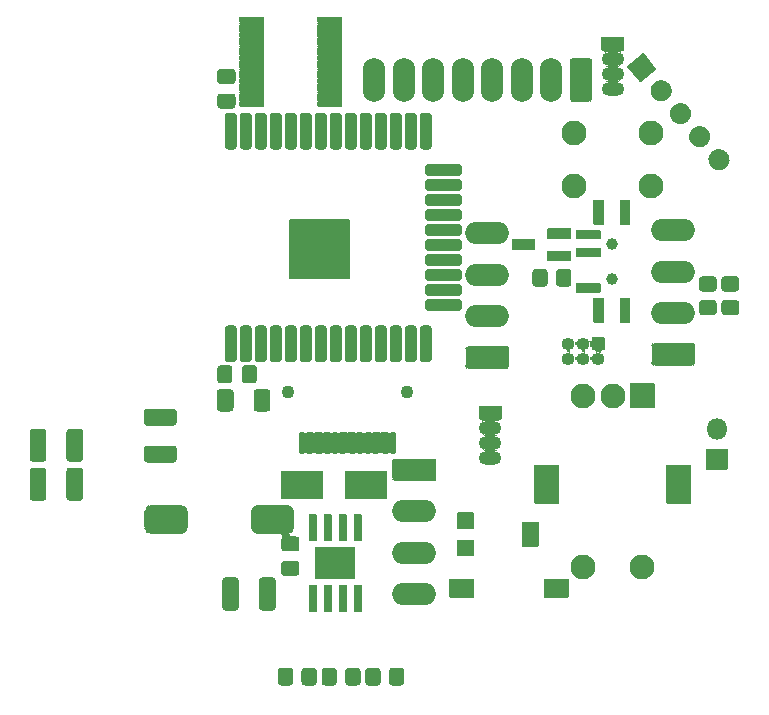
<source format=gbr>
G04 #@! TF.GenerationSoftware,KiCad,Pcbnew,(5.1.8)-1*
G04 #@! TF.CreationDate,2021-07-21T13:44:46+02:00*
G04 #@! TF.ProjectId,sensactUp2,73656e73-6163-4745-9570-322e6b696361,rev?*
G04 #@! TF.SameCoordinates,Original*
G04 #@! TF.FileFunction,Soldermask,Top*
G04 #@! TF.FilePolarity,Negative*
%FSLAX46Y46*%
G04 Gerber Fmt 4.6, Leading zero omitted, Abs format (unit mm)*
G04 Created by KiCad (PCBNEW (5.1.8)-1) date 2021-07-21 13:44:46*
%MOMM*%
%LPD*%
G01*
G04 APERTURE LIST*
%ADD10O,1.902000X1.172000*%
%ADD11O,1.902000X3.702000*%
%ADD12C,1.002000*%
%ADD13C,2.102000*%
%ADD14C,1.102000*%
%ADD15C,0.100000*%
%ADD16O,1.802000X1.802000*%
%ADD17O,3.702000X1.902000*%
%ADD18O,1.102000X1.102000*%
G04 APERTURE END LIST*
G36*
G01*
X85000000Y-82115000D02*
X85000000Y-82515000D01*
G75*
G02*
X84949000Y-82566000I-51000J0D01*
G01*
X82949000Y-82566000D01*
G75*
G02*
X82898000Y-82515000I0J51000D01*
G01*
X82898000Y-82115000D01*
G75*
G02*
X82949000Y-82064000I51000J0D01*
G01*
X84949000Y-82064000D01*
G75*
G02*
X85000000Y-82115000I0J-51000D01*
G01*
G37*
G36*
G01*
X85000000Y-81465000D02*
X85000000Y-81865000D01*
G75*
G02*
X84949000Y-81916000I-51000J0D01*
G01*
X82949000Y-81916000D01*
G75*
G02*
X82898000Y-81865000I0J51000D01*
G01*
X82898000Y-81465000D01*
G75*
G02*
X82949000Y-81414000I51000J0D01*
G01*
X84949000Y-81414000D01*
G75*
G02*
X85000000Y-81465000I0J-51000D01*
G01*
G37*
G36*
G01*
X85000000Y-80815000D02*
X85000000Y-81215000D01*
G75*
G02*
X84949000Y-81266000I-51000J0D01*
G01*
X82949000Y-81266000D01*
G75*
G02*
X82898000Y-81215000I0J51000D01*
G01*
X82898000Y-80815000D01*
G75*
G02*
X82949000Y-80764000I51000J0D01*
G01*
X84949000Y-80764000D01*
G75*
G02*
X85000000Y-80815000I0J-51000D01*
G01*
G37*
G36*
G01*
X85000000Y-80165000D02*
X85000000Y-80565000D01*
G75*
G02*
X84949000Y-80616000I-51000J0D01*
G01*
X82949000Y-80616000D01*
G75*
G02*
X82898000Y-80565000I0J51000D01*
G01*
X82898000Y-80165000D01*
G75*
G02*
X82949000Y-80114000I51000J0D01*
G01*
X84949000Y-80114000D01*
G75*
G02*
X85000000Y-80165000I0J-51000D01*
G01*
G37*
G36*
G01*
X85000000Y-79515000D02*
X85000000Y-79915000D01*
G75*
G02*
X84949000Y-79966000I-51000J0D01*
G01*
X82949000Y-79966000D01*
G75*
G02*
X82898000Y-79915000I0J51000D01*
G01*
X82898000Y-79515000D01*
G75*
G02*
X82949000Y-79464000I51000J0D01*
G01*
X84949000Y-79464000D01*
G75*
G02*
X85000000Y-79515000I0J-51000D01*
G01*
G37*
G36*
G01*
X85000000Y-78865000D02*
X85000000Y-79265000D01*
G75*
G02*
X84949000Y-79316000I-51000J0D01*
G01*
X82949000Y-79316000D01*
G75*
G02*
X82898000Y-79265000I0J51000D01*
G01*
X82898000Y-78865000D01*
G75*
G02*
X82949000Y-78814000I51000J0D01*
G01*
X84949000Y-78814000D01*
G75*
G02*
X85000000Y-78865000I0J-51000D01*
G01*
G37*
G36*
G01*
X85000000Y-78215000D02*
X85000000Y-78615000D01*
G75*
G02*
X84949000Y-78666000I-51000J0D01*
G01*
X82949000Y-78666000D01*
G75*
G02*
X82898000Y-78615000I0J51000D01*
G01*
X82898000Y-78215000D01*
G75*
G02*
X82949000Y-78164000I51000J0D01*
G01*
X84949000Y-78164000D01*
G75*
G02*
X85000000Y-78215000I0J-51000D01*
G01*
G37*
G36*
G01*
X85000000Y-77565000D02*
X85000000Y-77965000D01*
G75*
G02*
X84949000Y-78016000I-51000J0D01*
G01*
X82949000Y-78016000D01*
G75*
G02*
X82898000Y-77965000I0J51000D01*
G01*
X82898000Y-77565000D01*
G75*
G02*
X82949000Y-77514000I51000J0D01*
G01*
X84949000Y-77514000D01*
G75*
G02*
X85000000Y-77565000I0J-51000D01*
G01*
G37*
G36*
G01*
X85000000Y-76915000D02*
X85000000Y-77315000D01*
G75*
G02*
X84949000Y-77366000I-51000J0D01*
G01*
X82949000Y-77366000D01*
G75*
G02*
X82898000Y-77315000I0J51000D01*
G01*
X82898000Y-76915000D01*
G75*
G02*
X82949000Y-76864000I51000J0D01*
G01*
X84949000Y-76864000D01*
G75*
G02*
X85000000Y-76915000I0J-51000D01*
G01*
G37*
G36*
G01*
X85000000Y-76265000D02*
X85000000Y-76665000D01*
G75*
G02*
X84949000Y-76716000I-51000J0D01*
G01*
X82949000Y-76716000D01*
G75*
G02*
X82898000Y-76665000I0J51000D01*
G01*
X82898000Y-76265000D01*
G75*
G02*
X82949000Y-76214000I51000J0D01*
G01*
X84949000Y-76214000D01*
G75*
G02*
X85000000Y-76265000I0J-51000D01*
G01*
G37*
G36*
G01*
X85000000Y-75615000D02*
X85000000Y-76015000D01*
G75*
G02*
X84949000Y-76066000I-51000J0D01*
G01*
X82949000Y-76066000D01*
G75*
G02*
X82898000Y-76015000I0J51000D01*
G01*
X82898000Y-75615000D01*
G75*
G02*
X82949000Y-75564000I51000J0D01*
G01*
X84949000Y-75564000D01*
G75*
G02*
X85000000Y-75615000I0J-51000D01*
G01*
G37*
G36*
G01*
X91600000Y-74965000D02*
X91600000Y-75365000D01*
G75*
G02*
X91549000Y-75416000I-51000J0D01*
G01*
X89549000Y-75416000D01*
G75*
G02*
X89498000Y-75365000I0J51000D01*
G01*
X89498000Y-74965000D01*
G75*
G02*
X89549000Y-74914000I51000J0D01*
G01*
X91549000Y-74914000D01*
G75*
G02*
X91600000Y-74965000I0J-51000D01*
G01*
G37*
G36*
G01*
X91600000Y-75615000D02*
X91600000Y-76015000D01*
G75*
G02*
X91549000Y-76066000I-51000J0D01*
G01*
X89549000Y-76066000D01*
G75*
G02*
X89498000Y-76015000I0J51000D01*
G01*
X89498000Y-75615000D01*
G75*
G02*
X89549000Y-75564000I51000J0D01*
G01*
X91549000Y-75564000D01*
G75*
G02*
X91600000Y-75615000I0J-51000D01*
G01*
G37*
G36*
G01*
X91600000Y-76265000D02*
X91600000Y-76665000D01*
G75*
G02*
X91549000Y-76716000I-51000J0D01*
G01*
X89549000Y-76716000D01*
G75*
G02*
X89498000Y-76665000I0J51000D01*
G01*
X89498000Y-76265000D01*
G75*
G02*
X89549000Y-76214000I51000J0D01*
G01*
X91549000Y-76214000D01*
G75*
G02*
X91600000Y-76265000I0J-51000D01*
G01*
G37*
G36*
G01*
X91600000Y-76915000D02*
X91600000Y-77315000D01*
G75*
G02*
X91549000Y-77366000I-51000J0D01*
G01*
X89549000Y-77366000D01*
G75*
G02*
X89498000Y-77315000I0J51000D01*
G01*
X89498000Y-76915000D01*
G75*
G02*
X89549000Y-76864000I51000J0D01*
G01*
X91549000Y-76864000D01*
G75*
G02*
X91600000Y-76915000I0J-51000D01*
G01*
G37*
G36*
G01*
X91600000Y-77565000D02*
X91600000Y-77965000D01*
G75*
G02*
X91549000Y-78016000I-51000J0D01*
G01*
X89549000Y-78016000D01*
G75*
G02*
X89498000Y-77965000I0J51000D01*
G01*
X89498000Y-77565000D01*
G75*
G02*
X89549000Y-77514000I51000J0D01*
G01*
X91549000Y-77514000D01*
G75*
G02*
X91600000Y-77565000I0J-51000D01*
G01*
G37*
G36*
G01*
X91600000Y-78215000D02*
X91600000Y-78615000D01*
G75*
G02*
X91549000Y-78666000I-51000J0D01*
G01*
X89549000Y-78666000D01*
G75*
G02*
X89498000Y-78615000I0J51000D01*
G01*
X89498000Y-78215000D01*
G75*
G02*
X89549000Y-78164000I51000J0D01*
G01*
X91549000Y-78164000D01*
G75*
G02*
X91600000Y-78215000I0J-51000D01*
G01*
G37*
G36*
G01*
X91600000Y-78865000D02*
X91600000Y-79265000D01*
G75*
G02*
X91549000Y-79316000I-51000J0D01*
G01*
X89549000Y-79316000D01*
G75*
G02*
X89498000Y-79265000I0J51000D01*
G01*
X89498000Y-78865000D01*
G75*
G02*
X89549000Y-78814000I51000J0D01*
G01*
X91549000Y-78814000D01*
G75*
G02*
X91600000Y-78865000I0J-51000D01*
G01*
G37*
G36*
G01*
X91600000Y-79515000D02*
X91600000Y-79915000D01*
G75*
G02*
X91549000Y-79966000I-51000J0D01*
G01*
X89549000Y-79966000D01*
G75*
G02*
X89498000Y-79915000I0J51000D01*
G01*
X89498000Y-79515000D01*
G75*
G02*
X89549000Y-79464000I51000J0D01*
G01*
X91549000Y-79464000D01*
G75*
G02*
X91600000Y-79515000I0J-51000D01*
G01*
G37*
G36*
G01*
X91600000Y-80165000D02*
X91600000Y-80565000D01*
G75*
G02*
X91549000Y-80616000I-51000J0D01*
G01*
X89549000Y-80616000D01*
G75*
G02*
X89498000Y-80565000I0J51000D01*
G01*
X89498000Y-80165000D01*
G75*
G02*
X89549000Y-80114000I51000J0D01*
G01*
X91549000Y-80114000D01*
G75*
G02*
X91600000Y-80165000I0J-51000D01*
G01*
G37*
G36*
G01*
X91600000Y-80815000D02*
X91600000Y-81215000D01*
G75*
G02*
X91549000Y-81266000I-51000J0D01*
G01*
X89549000Y-81266000D01*
G75*
G02*
X89498000Y-81215000I0J51000D01*
G01*
X89498000Y-80815000D01*
G75*
G02*
X89549000Y-80764000I51000J0D01*
G01*
X91549000Y-80764000D01*
G75*
G02*
X91600000Y-80815000I0J-51000D01*
G01*
G37*
G36*
G01*
X91600000Y-81465000D02*
X91600000Y-81865000D01*
G75*
G02*
X91549000Y-81916000I-51000J0D01*
G01*
X89549000Y-81916000D01*
G75*
G02*
X89498000Y-81865000I0J51000D01*
G01*
X89498000Y-81465000D01*
G75*
G02*
X89549000Y-81414000I51000J0D01*
G01*
X91549000Y-81414000D01*
G75*
G02*
X91600000Y-81465000I0J-51000D01*
G01*
G37*
G36*
G01*
X85000000Y-74965000D02*
X85000000Y-75365000D01*
G75*
G02*
X84949000Y-75416000I-51000J0D01*
G01*
X82949000Y-75416000D01*
G75*
G02*
X82898000Y-75365000I0J51000D01*
G01*
X82898000Y-74965000D01*
G75*
G02*
X82949000Y-74914000I51000J0D01*
G01*
X84949000Y-74914000D01*
G75*
G02*
X85000000Y-74965000I0J-51000D01*
G01*
G37*
G36*
G01*
X91600000Y-82115000D02*
X91600000Y-82515000D01*
G75*
G02*
X91549000Y-82566000I-51000J0D01*
G01*
X89549000Y-82566000D01*
G75*
G02*
X89498000Y-82515000I0J51000D01*
G01*
X89498000Y-82115000D01*
G75*
G02*
X89549000Y-82064000I51000J0D01*
G01*
X91549000Y-82064000D01*
G75*
G02*
X91600000Y-82115000I0J-51000D01*
G01*
G37*
G36*
G01*
X124187928Y-86451860D02*
X124187928Y-86451860D01*
G75*
G02*
X124076874Y-87721218I-690206J-579152D01*
G01*
X124076874Y-87721218D01*
G75*
G02*
X122807516Y-87610164I-579152J690206D01*
G01*
X122807516Y-87610164D01*
G75*
G02*
X122918570Y-86340806I690206J579152D01*
G01*
X122918570Y-86340806D01*
G75*
G02*
X124187928Y-86451860I579152J-690206D01*
G01*
G37*
G36*
G01*
X122555248Y-84506107D02*
X122555248Y-84506107D01*
G75*
G02*
X122444194Y-85775465I-690206J-579152D01*
G01*
X122444194Y-85775465D01*
G75*
G02*
X121174836Y-85664411I-579152J690206D01*
G01*
X121174836Y-85664411D01*
G75*
G02*
X121285890Y-84395053I690206J579152D01*
G01*
X121285890Y-84395053D01*
G75*
G02*
X122555248Y-84506107I579152J-690206D01*
G01*
G37*
G36*
G01*
X120922567Y-82560354D02*
X120922567Y-82560354D01*
G75*
G02*
X120811513Y-83829712I-690206J-579152D01*
G01*
X120811513Y-83829712D01*
G75*
G02*
X119542155Y-83718658I-579152J690206D01*
G01*
X119542155Y-83718658D01*
G75*
G02*
X119653209Y-82449300I690206J579152D01*
G01*
X119653209Y-82449300D01*
G75*
G02*
X120922567Y-82560354I579152J-690206D01*
G01*
G37*
G36*
G01*
X119289887Y-80614601D02*
X119289887Y-80614601D01*
G75*
G02*
X119178833Y-81883959I-690206J-579152D01*
G01*
X119178833Y-81883959D01*
G75*
G02*
X117909475Y-81772905I-579152J690206D01*
G01*
X117909475Y-81772905D01*
G75*
G02*
X118020529Y-80503547I690206J579152D01*
G01*
X118020529Y-80503547D01*
G75*
G02*
X119289887Y-80614601I579152J-690206D01*
G01*
G37*
G36*
G01*
X117110836Y-78017711D02*
X118203575Y-79319986D01*
G75*
G02*
X118197289Y-79391836I-39068J-32782D01*
G01*
X116895014Y-80484575D01*
G75*
G02*
X116823164Y-80478289I-32782J39068D01*
G01*
X115730425Y-79176014D01*
G75*
G02*
X115736711Y-79104164I39068J32782D01*
G01*
X117038986Y-78011425D01*
G75*
G02*
X117110836Y-78017711I32782J-39068D01*
G01*
G37*
D10*
X114500000Y-81026000D03*
X114500000Y-79756000D03*
X114500000Y-78486000D03*
G36*
G01*
X113600000Y-76630000D02*
X115400000Y-76630000D01*
G75*
G02*
X115451000Y-76681000I0J-51000D01*
G01*
X115451000Y-77751000D01*
G75*
G02*
X115400000Y-77802000I-51000J0D01*
G01*
X113600000Y-77802000D01*
G75*
G02*
X113549000Y-77751000I0J51000D01*
G01*
X113549000Y-76681000D01*
G75*
G02*
X113600000Y-76630000I51000J0D01*
G01*
G37*
D11*
X94314000Y-80264000D03*
X96814000Y-80264000D03*
X99314000Y-80264000D03*
X101814000Y-80264000D03*
X104314000Y-80264000D03*
X106814000Y-80264000D03*
X109314000Y-80264000D03*
G36*
G01*
X112765000Y-78677166D02*
X112765000Y-81850834D01*
G75*
G02*
X112500834Y-82115000I-264166J0D01*
G01*
X111127166Y-82115000D01*
G75*
G02*
X110863000Y-81850834I0J264166D01*
G01*
X110863000Y-78677166D01*
G75*
G02*
X111127166Y-78413000I264166J0D01*
G01*
X112500834Y-78413000D01*
G75*
G02*
X112765000Y-78677166I0J-264166D01*
G01*
G37*
G36*
G01*
X82292298Y-80627000D02*
X81283702Y-80627000D01*
G75*
G02*
X81012000Y-80355298I0J271702D01*
G01*
X81012000Y-79621702D01*
G75*
G02*
X81283702Y-79350000I271702J0D01*
G01*
X82292298Y-79350000D01*
G75*
G02*
X82564000Y-79621702I0J-271702D01*
G01*
X82564000Y-80355298D01*
G75*
G02*
X82292298Y-80627000I-271702J0D01*
G01*
G37*
G36*
G01*
X82292298Y-82702000D02*
X81283702Y-82702000D01*
G75*
G02*
X81012000Y-82430298I0J271702D01*
G01*
X81012000Y-81696702D01*
G75*
G02*
X81283702Y-81425000I271702J0D01*
G01*
X82292298Y-81425000D01*
G75*
G02*
X82564000Y-81696702I0J-271702D01*
G01*
X82564000Y-82430298D01*
G75*
G02*
X82292298Y-82702000I-271702J0D01*
G01*
G37*
G36*
G01*
X113717000Y-100832000D02*
X112917000Y-100832000D01*
G75*
G02*
X112866000Y-100781000I0J51000D01*
G01*
X112866000Y-98781000D01*
G75*
G02*
X112917000Y-98730000I51000J0D01*
G01*
X113717000Y-98730000D01*
G75*
G02*
X113768000Y-98781000I0J-51000D01*
G01*
X113768000Y-100781000D01*
G75*
G02*
X113717000Y-100832000I-51000J0D01*
G01*
G37*
G36*
G01*
X113717000Y-92532000D02*
X112917000Y-92532000D01*
G75*
G02*
X112866000Y-92481000I0J51000D01*
G01*
X112866000Y-90481000D01*
G75*
G02*
X112917000Y-90430000I51000J0D01*
G01*
X113717000Y-90430000D01*
G75*
G02*
X113768000Y-90481000I0J-51000D01*
G01*
X113768000Y-92481000D01*
G75*
G02*
X113717000Y-92532000I-51000J0D01*
G01*
G37*
G36*
G01*
X115927000Y-92532000D02*
X115127000Y-92532000D01*
G75*
G02*
X115076000Y-92481000I0J51000D01*
G01*
X115076000Y-90481000D01*
G75*
G02*
X115127000Y-90430000I51000J0D01*
G01*
X115927000Y-90430000D01*
G75*
G02*
X115978000Y-90481000I0J-51000D01*
G01*
X115978000Y-92481000D01*
G75*
G02*
X115927000Y-92532000I-51000J0D01*
G01*
G37*
G36*
G01*
X115927000Y-100832000D02*
X115127000Y-100832000D01*
G75*
G02*
X115076000Y-100781000I0J51000D01*
G01*
X115076000Y-98781000D01*
G75*
G02*
X115127000Y-98730000I51000J0D01*
G01*
X115927000Y-98730000D01*
G75*
G02*
X115978000Y-98781000I0J-51000D01*
G01*
X115978000Y-100781000D01*
G75*
G02*
X115927000Y-100832000I-51000J0D01*
G01*
G37*
G36*
G01*
X113417001Y-93782000D02*
X111416999Y-93782000D01*
G75*
G02*
X111366000Y-93731001I0J50999D01*
G01*
X111366000Y-93030999D01*
G75*
G02*
X111416999Y-92980000I50999J0D01*
G01*
X113417001Y-92980000D01*
G75*
G02*
X113468000Y-93030999I0J-50999D01*
G01*
X113468000Y-93731001D01*
G75*
G02*
X113417001Y-93782000I-50999J0D01*
G01*
G37*
G36*
G01*
X113417001Y-95282000D02*
X111416999Y-95282000D01*
G75*
G02*
X111366000Y-95231001I0J50999D01*
G01*
X111366000Y-94530999D01*
G75*
G02*
X111416999Y-94480000I50999J0D01*
G01*
X113417001Y-94480000D01*
G75*
G02*
X113468000Y-94530999I0J-50999D01*
G01*
X113468000Y-95231001D01*
G75*
G02*
X113417001Y-95282000I-50999J0D01*
G01*
G37*
G36*
G01*
X113417001Y-98282000D02*
X111416999Y-98282000D01*
G75*
G02*
X111366000Y-98231001I0J50999D01*
G01*
X111366000Y-97530999D01*
G75*
G02*
X111416999Y-97480000I50999J0D01*
G01*
X113417001Y-97480000D01*
G75*
G02*
X113468000Y-97530999I0J-50999D01*
G01*
X113468000Y-98231001D01*
G75*
G02*
X113417001Y-98282000I-50999J0D01*
G01*
G37*
D12*
X114427000Y-94131000D03*
X114427000Y-97131000D03*
G36*
G01*
X109696000Y-97507752D02*
X109696000Y-96548248D01*
G75*
G02*
X109967248Y-96277000I271248J0D01*
G01*
X110726752Y-96277000D01*
G75*
G02*
X110998000Y-96548248I0J-271248D01*
G01*
X110998000Y-97507752D01*
G75*
G02*
X110726752Y-97779000I-271248J0D01*
G01*
X109967248Y-97779000D01*
G75*
G02*
X109696000Y-97507752I0J271248D01*
G01*
G37*
G36*
G01*
X107696000Y-97507752D02*
X107696000Y-96548248D01*
G75*
G02*
X107967248Y-96277000I271248J0D01*
G01*
X108726752Y-96277000D01*
G75*
G02*
X108998000Y-96548248I0J-271248D01*
G01*
X108998000Y-97507752D01*
G75*
G02*
X108726752Y-97779000I-271248J0D01*
G01*
X107967248Y-97779000D01*
G75*
G02*
X107696000Y-97507752I0J271248D01*
G01*
G37*
G36*
G01*
X107959000Y-93834000D02*
X107959000Y-94634000D01*
G75*
G02*
X107908000Y-94685000I-51000J0D01*
G01*
X106008000Y-94685000D01*
G75*
G02*
X105957000Y-94634000I0J51000D01*
G01*
X105957000Y-93834000D01*
G75*
G02*
X106008000Y-93783000I51000J0D01*
G01*
X107908000Y-93783000D01*
G75*
G02*
X107959000Y-93834000I0J-51000D01*
G01*
G37*
G36*
G01*
X110959000Y-92884000D02*
X110959000Y-93684000D01*
G75*
G02*
X110908000Y-93735000I-51000J0D01*
G01*
X109008000Y-93735000D01*
G75*
G02*
X108957000Y-93684000I0J51000D01*
G01*
X108957000Y-92884000D01*
G75*
G02*
X109008000Y-92833000I51000J0D01*
G01*
X110908000Y-92833000D01*
G75*
G02*
X110959000Y-92884000I0J-51000D01*
G01*
G37*
G36*
G01*
X110959000Y-94784000D02*
X110959000Y-95584000D01*
G75*
G02*
X110908000Y-95635000I-51000J0D01*
G01*
X109008000Y-95635000D01*
G75*
G02*
X108957000Y-95584000I0J51000D01*
G01*
X108957000Y-94784000D01*
G75*
G02*
X109008000Y-94733000I51000J0D01*
G01*
X110908000Y-94733000D01*
G75*
G02*
X110959000Y-94784000I0J-51000D01*
G01*
G37*
D13*
X111250000Y-89250000D03*
X111250000Y-84750000D03*
X117750000Y-89250000D03*
X117750000Y-84750000D03*
G36*
G01*
X96142000Y-110174500D02*
X96142000Y-111825500D01*
G75*
G02*
X96016500Y-111951000I-125500J0D01*
G01*
X95765500Y-111951000D01*
G75*
G02*
X95640000Y-111825500I0J125500D01*
G01*
X95640000Y-110174500D01*
G75*
G02*
X95765500Y-110049000I125500J0D01*
G01*
X96016500Y-110049000D01*
G75*
G02*
X96142000Y-110174500I0J-125500D01*
G01*
G37*
G36*
G01*
X95442000Y-110174500D02*
X95442000Y-111825500D01*
G75*
G02*
X95316500Y-111951000I-125500J0D01*
G01*
X95065500Y-111951000D01*
G75*
G02*
X94940000Y-111825500I0J125500D01*
G01*
X94940000Y-110174500D01*
G75*
G02*
X95065500Y-110049000I125500J0D01*
G01*
X95316500Y-110049000D01*
G75*
G02*
X95442000Y-110174500I0J-125500D01*
G01*
G37*
G36*
G01*
X94742000Y-110174500D02*
X94742000Y-111825500D01*
G75*
G02*
X94616500Y-111951000I-125500J0D01*
G01*
X94365500Y-111951000D01*
G75*
G02*
X94240000Y-111825500I0J125500D01*
G01*
X94240000Y-110174500D01*
G75*
G02*
X94365500Y-110049000I125500J0D01*
G01*
X94616500Y-110049000D01*
G75*
G02*
X94742000Y-110174500I0J-125500D01*
G01*
G37*
G36*
G01*
X94042000Y-110174500D02*
X94042000Y-111825500D01*
G75*
G02*
X93916500Y-111951000I-125500J0D01*
G01*
X93665500Y-111951000D01*
G75*
G02*
X93540000Y-111825500I0J125500D01*
G01*
X93540000Y-110174500D01*
G75*
G02*
X93665500Y-110049000I125500J0D01*
G01*
X93916500Y-110049000D01*
G75*
G02*
X94042000Y-110174500I0J-125500D01*
G01*
G37*
G36*
G01*
X93342000Y-110174500D02*
X93342000Y-111825500D01*
G75*
G02*
X93216500Y-111951000I-125500J0D01*
G01*
X92965500Y-111951000D01*
G75*
G02*
X92840000Y-111825500I0J125500D01*
G01*
X92840000Y-110174500D01*
G75*
G02*
X92965500Y-110049000I125500J0D01*
G01*
X93216500Y-110049000D01*
G75*
G02*
X93342000Y-110174500I0J-125500D01*
G01*
G37*
G36*
G01*
X92642000Y-110174500D02*
X92642000Y-111825500D01*
G75*
G02*
X92516500Y-111951000I-125500J0D01*
G01*
X92265500Y-111951000D01*
G75*
G02*
X92140000Y-111825500I0J125500D01*
G01*
X92140000Y-110174500D01*
G75*
G02*
X92265500Y-110049000I125500J0D01*
G01*
X92516500Y-110049000D01*
G75*
G02*
X92642000Y-110174500I0J-125500D01*
G01*
G37*
G36*
G01*
X91942000Y-110174500D02*
X91942000Y-111825500D01*
G75*
G02*
X91816500Y-111951000I-125500J0D01*
G01*
X91565500Y-111951000D01*
G75*
G02*
X91440000Y-111825500I0J125500D01*
G01*
X91440000Y-110174500D01*
G75*
G02*
X91565500Y-110049000I125500J0D01*
G01*
X91816500Y-110049000D01*
G75*
G02*
X91942000Y-110174500I0J-125500D01*
G01*
G37*
G36*
G01*
X91242000Y-110174500D02*
X91242000Y-111825500D01*
G75*
G02*
X91116500Y-111951000I-125500J0D01*
G01*
X90865500Y-111951000D01*
G75*
G02*
X90740000Y-111825500I0J125500D01*
G01*
X90740000Y-110174500D01*
G75*
G02*
X90865500Y-110049000I125500J0D01*
G01*
X91116500Y-110049000D01*
G75*
G02*
X91242000Y-110174500I0J-125500D01*
G01*
G37*
G36*
G01*
X90542000Y-110174500D02*
X90542000Y-111825500D01*
G75*
G02*
X90416500Y-111951000I-125500J0D01*
G01*
X90165500Y-111951000D01*
G75*
G02*
X90040000Y-111825500I0J125500D01*
G01*
X90040000Y-110174500D01*
G75*
G02*
X90165500Y-110049000I125500J0D01*
G01*
X90416500Y-110049000D01*
G75*
G02*
X90542000Y-110174500I0J-125500D01*
G01*
G37*
G36*
G01*
X89842000Y-110174500D02*
X89842000Y-111825500D01*
G75*
G02*
X89716500Y-111951000I-125500J0D01*
G01*
X89465500Y-111951000D01*
G75*
G02*
X89340000Y-111825500I0J125500D01*
G01*
X89340000Y-110174500D01*
G75*
G02*
X89465500Y-110049000I125500J0D01*
G01*
X89716500Y-110049000D01*
G75*
G02*
X89842000Y-110174500I0J-125500D01*
G01*
G37*
G36*
G01*
X89142000Y-110174500D02*
X89142000Y-111825500D01*
G75*
G02*
X89016500Y-111951000I-125500J0D01*
G01*
X88765500Y-111951000D01*
G75*
G02*
X88640000Y-111825500I0J125500D01*
G01*
X88640000Y-110174500D01*
G75*
G02*
X88765500Y-110049000I125500J0D01*
G01*
X89016500Y-110049000D01*
G75*
G02*
X89142000Y-110174500I0J-125500D01*
G01*
G37*
G36*
G01*
X88442000Y-110174500D02*
X88442000Y-111825500D01*
G75*
G02*
X88316500Y-111951000I-125500J0D01*
G01*
X88065500Y-111951000D01*
G75*
G02*
X87940000Y-111825500I0J125500D01*
G01*
X87940000Y-110174500D01*
G75*
G02*
X88065500Y-110049000I125500J0D01*
G01*
X88316500Y-110049000D01*
G75*
G02*
X88442000Y-110174500I0J-125500D01*
G01*
G37*
D14*
X97041000Y-106700000D03*
X87041000Y-106700000D03*
G36*
G01*
X81918500Y-83065000D02*
X82419500Y-83065000D01*
G75*
G02*
X82670000Y-83315500I0J-250500D01*
G01*
X82670000Y-85916500D01*
G75*
G02*
X82419500Y-86167000I-250500J0D01*
G01*
X81918500Y-86167000D01*
G75*
G02*
X81668000Y-85916500I0J250500D01*
G01*
X81668000Y-83315500D01*
G75*
G02*
X81918500Y-83065000I250500J0D01*
G01*
G37*
G36*
G01*
X83188500Y-83065000D02*
X83689500Y-83065000D01*
G75*
G02*
X83940000Y-83315500I0J-250500D01*
G01*
X83940000Y-85916500D01*
G75*
G02*
X83689500Y-86167000I-250500J0D01*
G01*
X83188500Y-86167000D01*
G75*
G02*
X82938000Y-85916500I0J250500D01*
G01*
X82938000Y-83315500D01*
G75*
G02*
X83188500Y-83065000I250500J0D01*
G01*
G37*
G36*
G01*
X84458500Y-83065000D02*
X84959500Y-83065000D01*
G75*
G02*
X85210000Y-83315500I0J-250500D01*
G01*
X85210000Y-85916500D01*
G75*
G02*
X84959500Y-86167000I-250500J0D01*
G01*
X84458500Y-86167000D01*
G75*
G02*
X84208000Y-85916500I0J250500D01*
G01*
X84208000Y-83315500D01*
G75*
G02*
X84458500Y-83065000I250500J0D01*
G01*
G37*
G36*
G01*
X85728500Y-83065000D02*
X86229500Y-83065000D01*
G75*
G02*
X86480000Y-83315500I0J-250500D01*
G01*
X86480000Y-85916500D01*
G75*
G02*
X86229500Y-86167000I-250500J0D01*
G01*
X85728500Y-86167000D01*
G75*
G02*
X85478000Y-85916500I0J250500D01*
G01*
X85478000Y-83315500D01*
G75*
G02*
X85728500Y-83065000I250500J0D01*
G01*
G37*
G36*
G01*
X86998500Y-83065000D02*
X87499500Y-83065000D01*
G75*
G02*
X87750000Y-83315500I0J-250500D01*
G01*
X87750000Y-85916500D01*
G75*
G02*
X87499500Y-86167000I-250500J0D01*
G01*
X86998500Y-86167000D01*
G75*
G02*
X86748000Y-85916500I0J250500D01*
G01*
X86748000Y-83315500D01*
G75*
G02*
X86998500Y-83065000I250500J0D01*
G01*
G37*
G36*
G01*
X88268500Y-83065000D02*
X88769500Y-83065000D01*
G75*
G02*
X89020000Y-83315500I0J-250500D01*
G01*
X89020000Y-85916500D01*
G75*
G02*
X88769500Y-86167000I-250500J0D01*
G01*
X88268500Y-86167000D01*
G75*
G02*
X88018000Y-85916500I0J250500D01*
G01*
X88018000Y-83315500D01*
G75*
G02*
X88268500Y-83065000I250500J0D01*
G01*
G37*
G36*
G01*
X89538500Y-83065000D02*
X90039500Y-83065000D01*
G75*
G02*
X90290000Y-83315500I0J-250500D01*
G01*
X90290000Y-85916500D01*
G75*
G02*
X90039500Y-86167000I-250500J0D01*
G01*
X89538500Y-86167000D01*
G75*
G02*
X89288000Y-85916500I0J250500D01*
G01*
X89288000Y-83315500D01*
G75*
G02*
X89538500Y-83065000I250500J0D01*
G01*
G37*
G36*
G01*
X90808500Y-83065000D02*
X91309500Y-83065000D01*
G75*
G02*
X91560000Y-83315500I0J-250500D01*
G01*
X91560000Y-85916500D01*
G75*
G02*
X91309500Y-86167000I-250500J0D01*
G01*
X90808500Y-86167000D01*
G75*
G02*
X90558000Y-85916500I0J250500D01*
G01*
X90558000Y-83315500D01*
G75*
G02*
X90808500Y-83065000I250500J0D01*
G01*
G37*
G36*
G01*
X92078500Y-83065000D02*
X92579500Y-83065000D01*
G75*
G02*
X92830000Y-83315500I0J-250500D01*
G01*
X92830000Y-85916500D01*
G75*
G02*
X92579500Y-86167000I-250500J0D01*
G01*
X92078500Y-86167000D01*
G75*
G02*
X91828000Y-85916500I0J250500D01*
G01*
X91828000Y-83315500D01*
G75*
G02*
X92078500Y-83065000I250500J0D01*
G01*
G37*
G36*
G01*
X93348500Y-83065000D02*
X93849500Y-83065000D01*
G75*
G02*
X94100000Y-83315500I0J-250500D01*
G01*
X94100000Y-85916500D01*
G75*
G02*
X93849500Y-86167000I-250500J0D01*
G01*
X93348500Y-86167000D01*
G75*
G02*
X93098000Y-85916500I0J250500D01*
G01*
X93098000Y-83315500D01*
G75*
G02*
X93348500Y-83065000I250500J0D01*
G01*
G37*
G36*
G01*
X94618500Y-83065000D02*
X95119500Y-83065000D01*
G75*
G02*
X95370000Y-83315500I0J-250500D01*
G01*
X95370000Y-85916500D01*
G75*
G02*
X95119500Y-86167000I-250500J0D01*
G01*
X94618500Y-86167000D01*
G75*
G02*
X94368000Y-85916500I0J250500D01*
G01*
X94368000Y-83315500D01*
G75*
G02*
X94618500Y-83065000I250500J0D01*
G01*
G37*
G36*
G01*
X95888500Y-83065000D02*
X96389500Y-83065000D01*
G75*
G02*
X96640000Y-83315500I0J-250500D01*
G01*
X96640000Y-85916500D01*
G75*
G02*
X96389500Y-86167000I-250500J0D01*
G01*
X95888500Y-86167000D01*
G75*
G02*
X95638000Y-85916500I0J250500D01*
G01*
X95638000Y-83315500D01*
G75*
G02*
X95888500Y-83065000I250500J0D01*
G01*
G37*
G36*
G01*
X97158500Y-83065000D02*
X97659500Y-83065000D01*
G75*
G02*
X97910000Y-83315500I0J-250500D01*
G01*
X97910000Y-85916500D01*
G75*
G02*
X97659500Y-86167000I-250500J0D01*
G01*
X97158500Y-86167000D01*
G75*
G02*
X96908000Y-85916500I0J250500D01*
G01*
X96908000Y-83315500D01*
G75*
G02*
X97158500Y-83065000I250500J0D01*
G01*
G37*
G36*
G01*
X98428500Y-83065000D02*
X98929500Y-83065000D01*
G75*
G02*
X99180000Y-83315500I0J-250500D01*
G01*
X99180000Y-85916500D01*
G75*
G02*
X98929500Y-86167000I-250500J0D01*
G01*
X98428500Y-86167000D01*
G75*
G02*
X98178000Y-85916500I0J250500D01*
G01*
X98178000Y-83315500D01*
G75*
G02*
X98428500Y-83065000I250500J0D01*
G01*
G37*
G36*
G01*
X101730000Y-87650500D02*
X101730000Y-88151500D01*
G75*
G02*
X101479500Y-88402000I-250500J0D01*
G01*
X98878500Y-88402000D01*
G75*
G02*
X98628000Y-88151500I0J250500D01*
G01*
X98628000Y-87650500D01*
G75*
G02*
X98878500Y-87400000I250500J0D01*
G01*
X101479500Y-87400000D01*
G75*
G02*
X101730000Y-87650500I0J-250500D01*
G01*
G37*
G36*
G01*
X101730000Y-88920500D02*
X101730000Y-89421500D01*
G75*
G02*
X101479500Y-89672000I-250500J0D01*
G01*
X98878500Y-89672000D01*
G75*
G02*
X98628000Y-89421500I0J250500D01*
G01*
X98628000Y-88920500D01*
G75*
G02*
X98878500Y-88670000I250500J0D01*
G01*
X101479500Y-88670000D01*
G75*
G02*
X101730000Y-88920500I0J-250500D01*
G01*
G37*
G36*
G01*
X101730000Y-90190500D02*
X101730000Y-90691500D01*
G75*
G02*
X101479500Y-90942000I-250500J0D01*
G01*
X98878500Y-90942000D01*
G75*
G02*
X98628000Y-90691500I0J250500D01*
G01*
X98628000Y-90190500D01*
G75*
G02*
X98878500Y-89940000I250500J0D01*
G01*
X101479500Y-89940000D01*
G75*
G02*
X101730000Y-90190500I0J-250500D01*
G01*
G37*
G36*
G01*
X101730000Y-91460500D02*
X101730000Y-91961500D01*
G75*
G02*
X101479500Y-92212000I-250500J0D01*
G01*
X98878500Y-92212000D01*
G75*
G02*
X98628000Y-91961500I0J250500D01*
G01*
X98628000Y-91460500D01*
G75*
G02*
X98878500Y-91210000I250500J0D01*
G01*
X101479500Y-91210000D01*
G75*
G02*
X101730000Y-91460500I0J-250500D01*
G01*
G37*
G36*
G01*
X101730000Y-92730500D02*
X101730000Y-93231500D01*
G75*
G02*
X101479500Y-93482000I-250500J0D01*
G01*
X98878500Y-93482000D01*
G75*
G02*
X98628000Y-93231500I0J250500D01*
G01*
X98628000Y-92730500D01*
G75*
G02*
X98878500Y-92480000I250500J0D01*
G01*
X101479500Y-92480000D01*
G75*
G02*
X101730000Y-92730500I0J-250500D01*
G01*
G37*
G36*
G01*
X101730000Y-94000500D02*
X101730000Y-94501500D01*
G75*
G02*
X101479500Y-94752000I-250500J0D01*
G01*
X98878500Y-94752000D01*
G75*
G02*
X98628000Y-94501500I0J250500D01*
G01*
X98628000Y-94000500D01*
G75*
G02*
X98878500Y-93750000I250500J0D01*
G01*
X101479500Y-93750000D01*
G75*
G02*
X101730000Y-94000500I0J-250500D01*
G01*
G37*
G36*
G01*
X101730000Y-95270500D02*
X101730000Y-95771500D01*
G75*
G02*
X101479500Y-96022000I-250500J0D01*
G01*
X98878500Y-96022000D01*
G75*
G02*
X98628000Y-95771500I0J250500D01*
G01*
X98628000Y-95270500D01*
G75*
G02*
X98878500Y-95020000I250500J0D01*
G01*
X101479500Y-95020000D01*
G75*
G02*
X101730000Y-95270500I0J-250500D01*
G01*
G37*
G36*
G01*
X101730000Y-96540500D02*
X101730000Y-97041500D01*
G75*
G02*
X101479500Y-97292000I-250500J0D01*
G01*
X98878500Y-97292000D01*
G75*
G02*
X98628000Y-97041500I0J250500D01*
G01*
X98628000Y-96540500D01*
G75*
G02*
X98878500Y-96290000I250500J0D01*
G01*
X101479500Y-96290000D01*
G75*
G02*
X101730000Y-96540500I0J-250500D01*
G01*
G37*
G36*
G01*
X101730000Y-97810500D02*
X101730000Y-98311500D01*
G75*
G02*
X101479500Y-98562000I-250500J0D01*
G01*
X98878500Y-98562000D01*
G75*
G02*
X98628000Y-98311500I0J250500D01*
G01*
X98628000Y-97810500D01*
G75*
G02*
X98878500Y-97560000I250500J0D01*
G01*
X101479500Y-97560000D01*
G75*
G02*
X101730000Y-97810500I0J-250500D01*
G01*
G37*
G36*
G01*
X101730000Y-99080500D02*
X101730000Y-99581500D01*
G75*
G02*
X101479500Y-99832000I-250500J0D01*
G01*
X98878500Y-99832000D01*
G75*
G02*
X98628000Y-99581500I0J250500D01*
G01*
X98628000Y-99080500D01*
G75*
G02*
X98878500Y-98830000I250500J0D01*
G01*
X101479500Y-98830000D01*
G75*
G02*
X101730000Y-99080500I0J-250500D01*
G01*
G37*
G36*
G01*
X98929500Y-104167000D02*
X98428500Y-104167000D01*
G75*
G02*
X98178000Y-103916500I0J250500D01*
G01*
X98178000Y-101315500D01*
G75*
G02*
X98428500Y-101065000I250500J0D01*
G01*
X98929500Y-101065000D01*
G75*
G02*
X99180000Y-101315500I0J-250500D01*
G01*
X99180000Y-103916500D01*
G75*
G02*
X98929500Y-104167000I-250500J0D01*
G01*
G37*
G36*
G01*
X97659500Y-104167000D02*
X97158500Y-104167000D01*
G75*
G02*
X96908000Y-103916500I0J250500D01*
G01*
X96908000Y-101315500D01*
G75*
G02*
X97158500Y-101065000I250500J0D01*
G01*
X97659500Y-101065000D01*
G75*
G02*
X97910000Y-101315500I0J-250500D01*
G01*
X97910000Y-103916500D01*
G75*
G02*
X97659500Y-104167000I-250500J0D01*
G01*
G37*
G36*
G01*
X96389500Y-104167000D02*
X95888500Y-104167000D01*
G75*
G02*
X95638000Y-103916500I0J250500D01*
G01*
X95638000Y-101315500D01*
G75*
G02*
X95888500Y-101065000I250500J0D01*
G01*
X96389500Y-101065000D01*
G75*
G02*
X96640000Y-101315500I0J-250500D01*
G01*
X96640000Y-103916500D01*
G75*
G02*
X96389500Y-104167000I-250500J0D01*
G01*
G37*
G36*
G01*
X95119500Y-104167000D02*
X94618500Y-104167000D01*
G75*
G02*
X94368000Y-103916500I0J250500D01*
G01*
X94368000Y-101315500D01*
G75*
G02*
X94618500Y-101065000I250500J0D01*
G01*
X95119500Y-101065000D01*
G75*
G02*
X95370000Y-101315500I0J-250500D01*
G01*
X95370000Y-103916500D01*
G75*
G02*
X95119500Y-104167000I-250500J0D01*
G01*
G37*
G36*
G01*
X93849500Y-104167000D02*
X93348500Y-104167000D01*
G75*
G02*
X93098000Y-103916500I0J250500D01*
G01*
X93098000Y-101315500D01*
G75*
G02*
X93348500Y-101065000I250500J0D01*
G01*
X93849500Y-101065000D01*
G75*
G02*
X94100000Y-101315500I0J-250500D01*
G01*
X94100000Y-103916500D01*
G75*
G02*
X93849500Y-104167000I-250500J0D01*
G01*
G37*
G36*
G01*
X92579500Y-104167000D02*
X92078500Y-104167000D01*
G75*
G02*
X91828000Y-103916500I0J250500D01*
G01*
X91828000Y-101315500D01*
G75*
G02*
X92078500Y-101065000I250500J0D01*
G01*
X92579500Y-101065000D01*
G75*
G02*
X92830000Y-101315500I0J-250500D01*
G01*
X92830000Y-103916500D01*
G75*
G02*
X92579500Y-104167000I-250500J0D01*
G01*
G37*
G36*
G01*
X91309500Y-104167000D02*
X90808500Y-104167000D01*
G75*
G02*
X90558000Y-103916500I0J250500D01*
G01*
X90558000Y-101315500D01*
G75*
G02*
X90808500Y-101065000I250500J0D01*
G01*
X91309500Y-101065000D01*
G75*
G02*
X91560000Y-101315500I0J-250500D01*
G01*
X91560000Y-103916500D01*
G75*
G02*
X91309500Y-104167000I-250500J0D01*
G01*
G37*
G36*
G01*
X90039500Y-104167000D02*
X89538500Y-104167000D01*
G75*
G02*
X89288000Y-103916500I0J250500D01*
G01*
X89288000Y-101315500D01*
G75*
G02*
X89538500Y-101065000I250500J0D01*
G01*
X90039500Y-101065000D01*
G75*
G02*
X90290000Y-101315500I0J-250500D01*
G01*
X90290000Y-103916500D01*
G75*
G02*
X90039500Y-104167000I-250500J0D01*
G01*
G37*
G36*
G01*
X88769500Y-104167000D02*
X88268500Y-104167000D01*
G75*
G02*
X88018000Y-103916500I0J250500D01*
G01*
X88018000Y-101315500D01*
G75*
G02*
X88268500Y-101065000I250500J0D01*
G01*
X88769500Y-101065000D01*
G75*
G02*
X89020000Y-101315500I0J-250500D01*
G01*
X89020000Y-103916500D01*
G75*
G02*
X88769500Y-104167000I-250500J0D01*
G01*
G37*
G36*
G01*
X87499500Y-104167000D02*
X86998500Y-104167000D01*
G75*
G02*
X86748000Y-103916500I0J250500D01*
G01*
X86748000Y-101315500D01*
G75*
G02*
X86998500Y-101065000I250500J0D01*
G01*
X87499500Y-101065000D01*
G75*
G02*
X87750000Y-101315500I0J-250500D01*
G01*
X87750000Y-103916500D01*
G75*
G02*
X87499500Y-104167000I-250500J0D01*
G01*
G37*
G36*
G01*
X86229500Y-104167000D02*
X85728500Y-104167000D01*
G75*
G02*
X85478000Y-103916500I0J250500D01*
G01*
X85478000Y-101315500D01*
G75*
G02*
X85728500Y-101065000I250500J0D01*
G01*
X86229500Y-101065000D01*
G75*
G02*
X86480000Y-101315500I0J-250500D01*
G01*
X86480000Y-103916500D01*
G75*
G02*
X86229500Y-104167000I-250500J0D01*
G01*
G37*
G36*
G01*
X84959500Y-104167000D02*
X84458500Y-104167000D01*
G75*
G02*
X84208000Y-103916500I0J250500D01*
G01*
X84208000Y-101315500D01*
G75*
G02*
X84458500Y-101065000I250500J0D01*
G01*
X84959500Y-101065000D01*
G75*
G02*
X85210000Y-101315500I0J-250500D01*
G01*
X85210000Y-103916500D01*
G75*
G02*
X84959500Y-104167000I-250500J0D01*
G01*
G37*
G36*
G01*
X83689500Y-104167000D02*
X83188500Y-104167000D01*
G75*
G02*
X82938000Y-103916500I0J250500D01*
G01*
X82938000Y-101315500D01*
G75*
G02*
X83188500Y-101065000I250500J0D01*
G01*
X83689500Y-101065000D01*
G75*
G02*
X83940000Y-101315500I0J-250500D01*
G01*
X83940000Y-103916500D01*
G75*
G02*
X83689500Y-104167000I-250500J0D01*
G01*
G37*
G36*
G01*
X82419500Y-104167000D02*
X81918500Y-104167000D01*
G75*
G02*
X81668000Y-103916500I0J250500D01*
G01*
X81668000Y-101315500D01*
G75*
G02*
X81918500Y-101065000I250500J0D01*
G01*
X82419500Y-101065000D01*
G75*
G02*
X82670000Y-101315500I0J-250500D01*
G01*
X82670000Y-103916500D01*
G75*
G02*
X82419500Y-104167000I-250500J0D01*
G01*
G37*
G36*
G01*
X92169000Y-97167000D02*
X87169000Y-97167000D01*
G75*
G02*
X87118000Y-97116000I0J51000D01*
G01*
X87118000Y-92116000D01*
G75*
G02*
X87169000Y-92065000I51000J0D01*
G01*
X92169000Y-92065000D01*
G75*
G02*
X92220000Y-92116000I0J-51000D01*
G01*
X92220000Y-97116000D01*
G75*
G02*
X92169000Y-97167000I-51000J0D01*
G01*
G37*
D15*
G36*
X92701000Y-122551000D02*
G01*
X89299000Y-122551000D01*
X89299000Y-119849000D01*
X92701000Y-119849000D01*
X92701000Y-122551000D01*
G37*
G36*
G01*
X89395000Y-119351000D02*
X88795000Y-119351000D01*
G75*
G02*
X88744000Y-119300000I0J51000D01*
G01*
X88744000Y-117100000D01*
G75*
G02*
X88795000Y-117049000I51000J0D01*
G01*
X89395000Y-117049000D01*
G75*
G02*
X89446000Y-117100000I0J-51000D01*
G01*
X89446000Y-119300000D01*
G75*
G02*
X89395000Y-119351000I-51000J0D01*
G01*
G37*
G36*
G01*
X90665000Y-119351000D02*
X90065000Y-119351000D01*
G75*
G02*
X90014000Y-119300000I0J51000D01*
G01*
X90014000Y-117100000D01*
G75*
G02*
X90065000Y-117049000I51000J0D01*
G01*
X90665000Y-117049000D01*
G75*
G02*
X90716000Y-117100000I0J-51000D01*
G01*
X90716000Y-119300000D01*
G75*
G02*
X90665000Y-119351000I-51000J0D01*
G01*
G37*
G36*
G01*
X91935000Y-119351000D02*
X91335000Y-119351000D01*
G75*
G02*
X91284000Y-119300000I0J51000D01*
G01*
X91284000Y-117100000D01*
G75*
G02*
X91335000Y-117049000I51000J0D01*
G01*
X91935000Y-117049000D01*
G75*
G02*
X91986000Y-117100000I0J-51000D01*
G01*
X91986000Y-119300000D01*
G75*
G02*
X91935000Y-119351000I-51000J0D01*
G01*
G37*
G36*
G01*
X93205000Y-119351000D02*
X92605000Y-119351000D01*
G75*
G02*
X92554000Y-119300000I0J51000D01*
G01*
X92554000Y-117100000D01*
G75*
G02*
X92605000Y-117049000I51000J0D01*
G01*
X93205000Y-117049000D01*
G75*
G02*
X93256000Y-117100000I0J-51000D01*
G01*
X93256000Y-119300000D01*
G75*
G02*
X93205000Y-119351000I-51000J0D01*
G01*
G37*
G36*
G01*
X93205000Y-125351000D02*
X92605000Y-125351000D01*
G75*
G02*
X92554000Y-125300000I0J51000D01*
G01*
X92554000Y-123100000D01*
G75*
G02*
X92605000Y-123049000I51000J0D01*
G01*
X93205000Y-123049000D01*
G75*
G02*
X93256000Y-123100000I0J-51000D01*
G01*
X93256000Y-125300000D01*
G75*
G02*
X93205000Y-125351000I-51000J0D01*
G01*
G37*
G36*
G01*
X91935000Y-125351000D02*
X91335000Y-125351000D01*
G75*
G02*
X91284000Y-125300000I0J51000D01*
G01*
X91284000Y-123100000D01*
G75*
G02*
X91335000Y-123049000I51000J0D01*
G01*
X91935000Y-123049000D01*
G75*
G02*
X91986000Y-123100000I0J-51000D01*
G01*
X91986000Y-125300000D01*
G75*
G02*
X91935000Y-125351000I-51000J0D01*
G01*
G37*
G36*
G01*
X90665000Y-125351000D02*
X90065000Y-125351000D01*
G75*
G02*
X90014000Y-125300000I0J51000D01*
G01*
X90014000Y-123100000D01*
G75*
G02*
X90065000Y-123049000I51000J0D01*
G01*
X90665000Y-123049000D01*
G75*
G02*
X90716000Y-123100000I0J-51000D01*
G01*
X90716000Y-125300000D01*
G75*
G02*
X90665000Y-125351000I-51000J0D01*
G01*
G37*
G36*
G01*
X89395000Y-125351000D02*
X88795000Y-125351000D01*
G75*
G02*
X88744000Y-125300000I0J51000D01*
G01*
X88744000Y-123100000D01*
G75*
G02*
X88795000Y-123049000I51000J0D01*
G01*
X89395000Y-123049000D01*
G75*
G02*
X89446000Y-123100000I0J-51000D01*
G01*
X89446000Y-125300000D01*
G75*
G02*
X89395000Y-125351000I-51000J0D01*
G01*
G37*
G36*
G01*
X116000000Y-105949000D02*
X118000000Y-105949000D01*
G75*
G02*
X118051000Y-106000000I0J-51000D01*
G01*
X118051000Y-108000000D01*
G75*
G02*
X118000000Y-108051000I-51000J0D01*
G01*
X116000000Y-108051000D01*
G75*
G02*
X115949000Y-108000000I0J51000D01*
G01*
X115949000Y-106000000D01*
G75*
G02*
X116000000Y-105949000I51000J0D01*
G01*
G37*
D13*
X114500000Y-107000000D03*
X112000000Y-107000000D03*
G36*
G01*
X119100000Y-112849000D02*
X121100000Y-112849000D01*
G75*
G02*
X121151000Y-112900000I0J-51000D01*
G01*
X121151000Y-116100000D01*
G75*
G02*
X121100000Y-116151000I-51000J0D01*
G01*
X119100000Y-116151000D01*
G75*
G02*
X119049000Y-116100000I0J51000D01*
G01*
X119049000Y-112900000D01*
G75*
G02*
X119100000Y-112849000I51000J0D01*
G01*
G37*
G36*
G01*
X107900000Y-112849000D02*
X109900000Y-112849000D01*
G75*
G02*
X109951000Y-112900000I0J-51000D01*
G01*
X109951000Y-116100000D01*
G75*
G02*
X109900000Y-116151000I-51000J0D01*
G01*
X107900000Y-116151000D01*
G75*
G02*
X107849000Y-116100000I0J51000D01*
G01*
X107849000Y-112900000D01*
G75*
G02*
X107900000Y-112849000I51000J0D01*
G01*
G37*
X117000000Y-121500000D03*
X112000000Y-121500000D03*
G36*
G01*
X108676000Y-124067000D02*
X108676000Y-122567000D01*
G75*
G02*
X108727000Y-122516000I51000J0D01*
G01*
X110727000Y-122516000D01*
G75*
G02*
X110778000Y-122567000I0J-51000D01*
G01*
X110778000Y-124067000D01*
G75*
G02*
X110727000Y-124118000I-51000J0D01*
G01*
X108727000Y-124118000D01*
G75*
G02*
X108676000Y-124067000I0J51000D01*
G01*
G37*
G36*
G01*
X100676000Y-124067000D02*
X100676000Y-122567000D01*
G75*
G02*
X100727000Y-122516000I51000J0D01*
G01*
X102727000Y-122516000D01*
G75*
G02*
X102778000Y-122567000I0J-51000D01*
G01*
X102778000Y-124067000D01*
G75*
G02*
X102727000Y-124118000I-51000J0D01*
G01*
X100727000Y-124118000D01*
G75*
G02*
X100676000Y-124067000I0J51000D01*
G01*
G37*
G36*
G01*
X102675000Y-120596000D02*
X101375000Y-120596000D01*
G75*
G02*
X101324000Y-120545000I0J51000D01*
G01*
X101324000Y-119245000D01*
G75*
G02*
X101375000Y-119194000I51000J0D01*
G01*
X102675000Y-119194000D01*
G75*
G02*
X102726000Y-119245000I0J-51000D01*
G01*
X102726000Y-120545000D01*
G75*
G02*
X102675000Y-120596000I-51000J0D01*
G01*
G37*
G36*
G01*
X108175000Y-119796000D02*
X106875000Y-119796000D01*
G75*
G02*
X106824000Y-119745000I0J51000D01*
G01*
X106824000Y-117745000D01*
G75*
G02*
X106875000Y-117694000I51000J0D01*
G01*
X108175000Y-117694000D01*
G75*
G02*
X108226000Y-117745000I0J-51000D01*
G01*
X108226000Y-119745000D01*
G75*
G02*
X108175000Y-119796000I-51000J0D01*
G01*
G37*
G36*
G01*
X102675000Y-118296000D02*
X101375000Y-118296000D01*
G75*
G02*
X101324000Y-118245000I0J51000D01*
G01*
X101324000Y-116945000D01*
G75*
G02*
X101375000Y-116894000I51000J0D01*
G01*
X102675000Y-116894000D01*
G75*
G02*
X102726000Y-116945000I0J-51000D01*
G01*
X102726000Y-118245000D01*
G75*
G02*
X102675000Y-118296000I-51000J0D01*
G01*
G37*
G36*
G01*
X95549000Y-131279752D02*
X95549000Y-130320248D01*
G75*
G02*
X95820248Y-130049000I271248J0D01*
G01*
X96579752Y-130049000D01*
G75*
G02*
X96851000Y-130320248I0J-271248D01*
G01*
X96851000Y-131279752D01*
G75*
G02*
X96579752Y-131551000I-271248J0D01*
G01*
X95820248Y-131551000D01*
G75*
G02*
X95549000Y-131279752I0J271248D01*
G01*
G37*
G36*
G01*
X93549000Y-131279752D02*
X93549000Y-130320248D01*
G75*
G02*
X93820248Y-130049000I271248J0D01*
G01*
X94579752Y-130049000D01*
G75*
G02*
X94851000Y-130320248I0J-271248D01*
G01*
X94851000Y-131279752D01*
G75*
G02*
X94579752Y-131551000I-271248J0D01*
G01*
X93820248Y-131551000D01*
G75*
G02*
X93549000Y-131279752I0J271248D01*
G01*
G37*
G36*
G01*
X91849000Y-131279752D02*
X91849000Y-130320248D01*
G75*
G02*
X92120248Y-130049000I271248J0D01*
G01*
X92879752Y-130049000D01*
G75*
G02*
X93151000Y-130320248I0J-271248D01*
G01*
X93151000Y-131279752D01*
G75*
G02*
X92879752Y-131551000I-271248J0D01*
G01*
X92120248Y-131551000D01*
G75*
G02*
X91849000Y-131279752I0J271248D01*
G01*
G37*
G36*
G01*
X89849000Y-131279752D02*
X89849000Y-130320248D01*
G75*
G02*
X90120248Y-130049000I271248J0D01*
G01*
X90879752Y-130049000D01*
G75*
G02*
X91151000Y-130320248I0J-271248D01*
G01*
X91151000Y-131279752D01*
G75*
G02*
X90879752Y-131551000I-271248J0D01*
G01*
X90120248Y-131551000D01*
G75*
G02*
X89849000Y-131279752I0J271248D01*
G01*
G37*
G36*
G01*
X88149000Y-131279752D02*
X88149000Y-130320248D01*
G75*
G02*
X88420248Y-130049000I271248J0D01*
G01*
X89179752Y-130049000D01*
G75*
G02*
X89451000Y-130320248I0J-271248D01*
G01*
X89451000Y-131279752D01*
G75*
G02*
X89179752Y-131551000I-271248J0D01*
G01*
X88420248Y-131551000D01*
G75*
G02*
X88149000Y-131279752I0J271248D01*
G01*
G37*
G36*
G01*
X86149000Y-131279752D02*
X86149000Y-130320248D01*
G75*
G02*
X86420248Y-130049000I271248J0D01*
G01*
X87179752Y-130049000D01*
G75*
G02*
X87451000Y-130320248I0J-271248D01*
G01*
X87451000Y-131279752D01*
G75*
G02*
X87179752Y-131551000I-271248J0D01*
G01*
X86420248Y-131551000D01*
G75*
G02*
X86149000Y-131279752I0J271248D01*
G01*
G37*
G36*
G01*
X86925500Y-118751000D02*
X84474500Y-118751000D01*
G75*
G02*
X83849000Y-118125500I0J625500D01*
G01*
X83849000Y-116874500D01*
G75*
G02*
X84474500Y-116249000I625500J0D01*
G01*
X86925500Y-116249000D01*
G75*
G02*
X87551000Y-116874500I0J-625500D01*
G01*
X87551000Y-118125500D01*
G75*
G02*
X86925500Y-118751000I-625500J0D01*
G01*
G37*
G36*
G01*
X77925500Y-118751000D02*
X75474500Y-118751000D01*
G75*
G02*
X74849000Y-118125500I0J625500D01*
G01*
X74849000Y-116874500D01*
G75*
G02*
X75474500Y-116249000I625500J0D01*
G01*
X77925500Y-116249000D01*
G75*
G02*
X78551000Y-116874500I0J-625500D01*
G01*
X78551000Y-118125500D01*
G75*
G02*
X77925500Y-118751000I-625500J0D01*
G01*
G37*
D16*
X123317000Y-109855000D03*
G36*
G01*
X124218000Y-111545000D02*
X124218000Y-113245000D01*
G75*
G02*
X124167000Y-113296000I-51000J0D01*
G01*
X122467000Y-113296000D01*
G75*
G02*
X122416000Y-113245000I0J51000D01*
G01*
X122416000Y-111545000D01*
G75*
G02*
X122467000Y-111494000I51000J0D01*
G01*
X124167000Y-111494000D01*
G75*
G02*
X124218000Y-111545000I0J-51000D01*
G01*
G37*
D17*
X97700000Y-123800000D03*
X97700000Y-120300000D03*
X97700000Y-116800000D03*
G36*
G01*
X96113166Y-112349000D02*
X99286834Y-112349000D01*
G75*
G02*
X99551000Y-112613166I0J-264166D01*
G01*
X99551000Y-113986834D01*
G75*
G02*
X99286834Y-114251000I-264166J0D01*
G01*
X96113166Y-114251000D01*
G75*
G02*
X95849000Y-113986834I0J264166D01*
G01*
X95849000Y-112613166D01*
G75*
G02*
X96113166Y-112349000I264166J0D01*
G01*
G37*
X119634000Y-93005000D03*
X119634000Y-96505000D03*
X119634000Y-100005000D03*
G36*
G01*
X121220834Y-104456000D02*
X118047166Y-104456000D01*
G75*
G02*
X117783000Y-104191834I0J264166D01*
G01*
X117783000Y-102818166D01*
G75*
G02*
X118047166Y-102554000I264166J0D01*
G01*
X121220834Y-102554000D01*
G75*
G02*
X121485000Y-102818166I0J-264166D01*
G01*
X121485000Y-104191834D01*
G75*
G02*
X121220834Y-104456000I-264166J0D01*
G01*
G37*
D18*
X110744000Y-103886000D03*
X110744000Y-102616000D03*
X112014000Y-103886000D03*
X112014000Y-102616000D03*
X113284000Y-103886000D03*
G36*
G01*
X112784000Y-102065000D02*
X113784000Y-102065000D01*
G75*
G02*
X113835000Y-102116000I0J-51000D01*
G01*
X113835000Y-103116000D01*
G75*
G02*
X113784000Y-103167000I-51000J0D01*
G01*
X112784000Y-103167000D01*
G75*
G02*
X112733000Y-103116000I0J51000D01*
G01*
X112733000Y-102116000D01*
G75*
G02*
X112784000Y-102065000I51000J0D01*
G01*
G37*
G36*
G01*
X91799000Y-115704000D02*
X91799000Y-113404000D01*
G75*
G02*
X91850000Y-113353000I51000J0D01*
G01*
X95350000Y-113353000D01*
G75*
G02*
X95401000Y-113404000I0J-51000D01*
G01*
X95401000Y-115704000D01*
G75*
G02*
X95350000Y-115755000I-51000J0D01*
G01*
X91850000Y-115755000D01*
G75*
G02*
X91799000Y-115704000I0J51000D01*
G01*
G37*
G36*
G01*
X86399000Y-115704000D02*
X86399000Y-113404000D01*
G75*
G02*
X86450000Y-113353000I51000J0D01*
G01*
X89950000Y-113353000D01*
G75*
G02*
X90001000Y-113404000I0J-51000D01*
G01*
X90001000Y-115704000D01*
G75*
G02*
X89950000Y-115755000I-51000J0D01*
G01*
X86450000Y-115755000D01*
G75*
G02*
X86399000Y-115704000I0J51000D01*
G01*
G37*
D10*
X104140000Y-112268000D03*
X104140000Y-110998000D03*
X104140000Y-109728000D03*
G36*
G01*
X103240000Y-107872000D02*
X105040000Y-107872000D01*
G75*
G02*
X105091000Y-107923000I0J-51000D01*
G01*
X105091000Y-108993000D01*
G75*
G02*
X105040000Y-109044000I-51000J0D01*
G01*
X103240000Y-109044000D01*
G75*
G02*
X103189000Y-108993000I0J51000D01*
G01*
X103189000Y-107923000D01*
G75*
G02*
X103240000Y-107872000I51000J0D01*
G01*
G37*
G36*
G01*
X77331756Y-109551000D02*
X75068244Y-109551000D01*
G75*
G02*
X74799000Y-109281756I0J269244D01*
G01*
X74799000Y-108393244D01*
G75*
G02*
X75068244Y-108124000I269244J0D01*
G01*
X77331756Y-108124000D01*
G75*
G02*
X77601000Y-108393244I0J-269244D01*
G01*
X77601000Y-109281756D01*
G75*
G02*
X77331756Y-109551000I-269244J0D01*
G01*
G37*
G36*
G01*
X77331756Y-112676000D02*
X75068244Y-112676000D01*
G75*
G02*
X74799000Y-112406756I0J269244D01*
G01*
X74799000Y-111518244D01*
G75*
G02*
X75068244Y-111249000I269244J0D01*
G01*
X77331756Y-111249000D01*
G75*
G02*
X77601000Y-111518244I0J-269244D01*
G01*
X77601000Y-112406756D01*
G75*
G02*
X77331756Y-112676000I-269244J0D01*
G01*
G37*
G36*
G01*
X66551000Y-113368244D02*
X66551000Y-115631756D01*
G75*
G02*
X66281756Y-115901000I-269244J0D01*
G01*
X65393244Y-115901000D01*
G75*
G02*
X65124000Y-115631756I0J269244D01*
G01*
X65124000Y-113368244D01*
G75*
G02*
X65393244Y-113099000I269244J0D01*
G01*
X66281756Y-113099000D01*
G75*
G02*
X66551000Y-113368244I0J-269244D01*
G01*
G37*
G36*
G01*
X69676000Y-113368244D02*
X69676000Y-115631756D01*
G75*
G02*
X69406756Y-115901000I-269244J0D01*
G01*
X68518244Y-115901000D01*
G75*
G02*
X68249000Y-115631756I0J269244D01*
G01*
X68249000Y-113368244D01*
G75*
G02*
X68518244Y-113099000I269244J0D01*
G01*
X69406756Y-113099000D01*
G75*
G02*
X69676000Y-113368244I0J-269244D01*
G01*
G37*
G36*
G01*
X66551000Y-110068244D02*
X66551000Y-112331756D01*
G75*
G02*
X66281756Y-112601000I-269244J0D01*
G01*
X65393244Y-112601000D01*
G75*
G02*
X65124000Y-112331756I0J269244D01*
G01*
X65124000Y-110068244D01*
G75*
G02*
X65393244Y-109799000I269244J0D01*
G01*
X66281756Y-109799000D01*
G75*
G02*
X66551000Y-110068244I0J-269244D01*
G01*
G37*
G36*
G01*
X69676000Y-110068244D02*
X69676000Y-112331756D01*
G75*
G02*
X69406756Y-112601000I-269244J0D01*
G01*
X68518244Y-112601000D01*
G75*
G02*
X68249000Y-112331756I0J269244D01*
G01*
X68249000Y-110068244D01*
G75*
G02*
X68518244Y-109799000I269244J0D01*
G01*
X69406756Y-109799000D01*
G75*
G02*
X69676000Y-110068244I0J-269244D01*
G01*
G37*
G36*
G01*
X82851000Y-122668244D02*
X82851000Y-124931756D01*
G75*
G02*
X82581756Y-125201000I-269244J0D01*
G01*
X81693244Y-125201000D01*
G75*
G02*
X81424000Y-124931756I0J269244D01*
G01*
X81424000Y-122668244D01*
G75*
G02*
X81693244Y-122399000I269244J0D01*
G01*
X82581756Y-122399000D01*
G75*
G02*
X82851000Y-122668244I0J-269244D01*
G01*
G37*
G36*
G01*
X85976000Y-122668244D02*
X85976000Y-124931756D01*
G75*
G02*
X85706756Y-125201000I-269244J0D01*
G01*
X84818244Y-125201000D01*
G75*
G02*
X84549000Y-124931756I0J269244D01*
G01*
X84549000Y-122668244D01*
G75*
G02*
X84818244Y-122399000I269244J0D01*
G01*
X85706756Y-122399000D01*
G75*
G02*
X85976000Y-122668244I0J-269244D01*
G01*
G37*
G36*
G01*
X86695702Y-120999000D02*
X87704298Y-120999000D01*
G75*
G02*
X87976000Y-121270702I0J-271702D01*
G01*
X87976000Y-122004298D01*
G75*
G02*
X87704298Y-122276000I-271702J0D01*
G01*
X86695702Y-122276000D01*
G75*
G02*
X86424000Y-122004298I0J271702D01*
G01*
X86424000Y-121270702D01*
G75*
G02*
X86695702Y-120999000I271702J0D01*
G01*
G37*
G36*
G01*
X86695702Y-118924000D02*
X87704298Y-118924000D01*
G75*
G02*
X87976000Y-119195702I0J-271702D01*
G01*
X87976000Y-119929298D01*
G75*
G02*
X87704298Y-120201000I-271702J0D01*
G01*
X86695702Y-120201000D01*
G75*
G02*
X86424000Y-119929298I0J271702D01*
G01*
X86424000Y-119195702D01*
G75*
G02*
X86695702Y-118924000I271702J0D01*
G01*
G37*
G36*
G01*
X82301000Y-104695702D02*
X82301000Y-105704298D01*
G75*
G02*
X82029298Y-105976000I-271702J0D01*
G01*
X81295702Y-105976000D01*
G75*
G02*
X81024000Y-105704298I0J271702D01*
G01*
X81024000Y-104695702D01*
G75*
G02*
X81295702Y-104424000I271702J0D01*
G01*
X82029298Y-104424000D01*
G75*
G02*
X82301000Y-104695702I0J-271702D01*
G01*
G37*
G36*
G01*
X84376000Y-104695702D02*
X84376000Y-105704298D01*
G75*
G02*
X84104298Y-105976000I-271702J0D01*
G01*
X83370702Y-105976000D01*
G75*
G02*
X83099000Y-105704298I0J271702D01*
G01*
X83099000Y-104695702D01*
G75*
G02*
X83370702Y-104424000I271702J0D01*
G01*
X84104298Y-104424000D01*
G75*
G02*
X84376000Y-104695702I0J-271702D01*
G01*
G37*
G36*
G01*
X82393000Y-106718244D02*
X82393000Y-108081756D01*
G75*
G02*
X82123756Y-108351000I-269244J0D01*
G01*
X81235244Y-108351000D01*
G75*
G02*
X80966000Y-108081756I0J269244D01*
G01*
X80966000Y-106718244D01*
G75*
G02*
X81235244Y-106449000I269244J0D01*
G01*
X82123756Y-106449000D01*
G75*
G02*
X82393000Y-106718244I0J-269244D01*
G01*
G37*
G36*
G01*
X85518000Y-106718244D02*
X85518000Y-108081756D01*
G75*
G02*
X85248756Y-108351000I-269244J0D01*
G01*
X84360244Y-108351000D01*
G75*
G02*
X84091000Y-108081756I0J269244D01*
G01*
X84091000Y-106718244D01*
G75*
G02*
X84360244Y-106449000I269244J0D01*
G01*
X85248756Y-106449000D01*
G75*
G02*
X85518000Y-106718244I0J-269244D01*
G01*
G37*
G36*
G01*
X123034752Y-98203000D02*
X122075248Y-98203000D01*
G75*
G02*
X121804000Y-97931752I0J271248D01*
G01*
X121804000Y-97172248D01*
G75*
G02*
X122075248Y-96901000I271248J0D01*
G01*
X123034752Y-96901000D01*
G75*
G02*
X123306000Y-97172248I0J-271248D01*
G01*
X123306000Y-97931752D01*
G75*
G02*
X123034752Y-98203000I-271248J0D01*
G01*
G37*
G36*
G01*
X123034752Y-100203000D02*
X122075248Y-100203000D01*
G75*
G02*
X121804000Y-99931752I0J271248D01*
G01*
X121804000Y-99172248D01*
G75*
G02*
X122075248Y-98901000I271248J0D01*
G01*
X123034752Y-98901000D01*
G75*
G02*
X123306000Y-99172248I0J-271248D01*
G01*
X123306000Y-99931752D01*
G75*
G02*
X123034752Y-100203000I-271248J0D01*
G01*
G37*
G36*
G01*
X124939752Y-98203000D02*
X123980248Y-98203000D01*
G75*
G02*
X123709000Y-97931752I0J271248D01*
G01*
X123709000Y-97172248D01*
G75*
G02*
X123980248Y-96901000I271248J0D01*
G01*
X124939752Y-96901000D01*
G75*
G02*
X125211000Y-97172248I0J-271248D01*
G01*
X125211000Y-97931752D01*
G75*
G02*
X124939752Y-98203000I-271248J0D01*
G01*
G37*
G36*
G01*
X124939752Y-100203000D02*
X123980248Y-100203000D01*
G75*
G02*
X123709000Y-99931752I0J271248D01*
G01*
X123709000Y-99172248D01*
G75*
G02*
X123980248Y-98901000I271248J0D01*
G01*
X124939752Y-98901000D01*
G75*
G02*
X125211000Y-99172248I0J-271248D01*
G01*
X125211000Y-99931752D01*
G75*
G02*
X124939752Y-100203000I-271248J0D01*
G01*
G37*
G36*
G01*
X105472834Y-104725000D02*
X102299166Y-104725000D01*
G75*
G02*
X102035000Y-104460834I0J264166D01*
G01*
X102035000Y-103087166D01*
G75*
G02*
X102299166Y-102823000I264166J0D01*
G01*
X105472834Y-102823000D01*
G75*
G02*
X105737000Y-103087166I0J-264166D01*
G01*
X105737000Y-104460834D01*
G75*
G02*
X105472834Y-104725000I-264166J0D01*
G01*
G37*
D17*
X103886000Y-100274000D03*
X103886000Y-96774000D03*
X103886000Y-93274000D03*
D15*
G36*
X87552165Y-118123874D02*
G01*
X87553000Y-118125500D01*
X87553000Y-118181860D01*
X87552990Y-118182056D01*
X87541579Y-118297912D01*
X87541503Y-118298297D01*
X87509498Y-118403803D01*
X87509348Y-118404165D01*
X87457379Y-118501392D01*
X87457161Y-118501718D01*
X87387220Y-118586943D01*
X87386943Y-118587220D01*
X87301718Y-118657161D01*
X87301392Y-118657379D01*
X87239463Y-118690481D01*
X87219335Y-118703930D01*
X87202288Y-118720977D01*
X87188894Y-118741024D01*
X87179667Y-118763298D01*
X87174963Y-118786948D01*
X87174963Y-118811054D01*
X87179667Y-118834704D01*
X87188894Y-118856978D01*
X87202289Y-118877026D01*
X87219336Y-118894073D01*
X87239383Y-118907467D01*
X87261614Y-118916677D01*
X87297653Y-118922022D01*
X87299220Y-118923265D01*
X87298927Y-118925243D01*
X87297360Y-118926000D01*
X86695796Y-118926000D01*
X86643091Y-118931191D01*
X86592495Y-118946539D01*
X86545868Y-118971461D01*
X86505001Y-119005001D01*
X86471461Y-119045868D01*
X86446539Y-119092495D01*
X86431191Y-119143091D01*
X86425990Y-119195898D01*
X86424825Y-119197524D01*
X86422835Y-119197328D01*
X86422000Y-119195702D01*
X86422000Y-119130035D01*
X86422010Y-119129839D01*
X86426444Y-119084821D01*
X86426520Y-119084436D01*
X86437862Y-119047047D01*
X86438012Y-119046685D01*
X86456427Y-119012231D01*
X86456645Y-119011905D01*
X86481429Y-118981706D01*
X86481706Y-118981429D01*
X86494247Y-118971137D01*
X86511361Y-118954023D01*
X86524756Y-118933976D01*
X86533982Y-118911702D01*
X86538686Y-118888051D01*
X86538686Y-118863945D01*
X86533981Y-118840295D01*
X86524755Y-118818021D01*
X86511360Y-118797974D01*
X86494313Y-118780927D01*
X86474266Y-118767532D01*
X86452035Y-118758323D01*
X86415996Y-118752978D01*
X86414429Y-118751735D01*
X86414722Y-118749757D01*
X86416289Y-118749000D01*
X86925406Y-118749000D01*
X87047134Y-118737011D01*
X87164099Y-118701530D01*
X87271893Y-118643913D01*
X87366374Y-118566374D01*
X87443913Y-118471893D01*
X87501530Y-118364099D01*
X87537011Y-118247134D01*
X87549010Y-118125304D01*
X87550175Y-118123678D01*
X87552165Y-118123874D01*
G37*
G36*
X78552165Y-118123874D02*
G01*
X78553000Y-118125500D01*
X78553000Y-118181860D01*
X78552990Y-118182056D01*
X78541579Y-118297912D01*
X78541503Y-118298297D01*
X78509498Y-118403803D01*
X78509348Y-118404165D01*
X78457379Y-118501392D01*
X78457161Y-118501718D01*
X78387220Y-118586943D01*
X78386943Y-118587220D01*
X78301718Y-118657161D01*
X78301392Y-118657379D01*
X78204165Y-118709348D01*
X78203803Y-118709498D01*
X78098297Y-118741503D01*
X78097912Y-118741579D01*
X77982056Y-118752990D01*
X77981860Y-118753000D01*
X77925500Y-118753000D01*
X77923768Y-118752000D01*
X77923768Y-118750000D01*
X77925304Y-118749010D01*
X78047134Y-118737011D01*
X78164099Y-118701530D01*
X78271893Y-118643913D01*
X78366374Y-118566374D01*
X78443913Y-118471893D01*
X78501530Y-118364099D01*
X78537011Y-118247134D01*
X78549010Y-118125304D01*
X78550175Y-118123678D01*
X78552165Y-118123874D01*
G37*
G36*
X74850990Y-118125304D02*
G01*
X74862989Y-118247134D01*
X74898470Y-118364099D01*
X74956087Y-118471893D01*
X75033626Y-118566374D01*
X75128107Y-118643913D01*
X75235901Y-118701530D01*
X75352866Y-118737011D01*
X75474696Y-118749010D01*
X75476322Y-118750175D01*
X75476126Y-118752165D01*
X75474500Y-118753000D01*
X75418140Y-118753000D01*
X75417944Y-118752990D01*
X75302088Y-118741579D01*
X75301703Y-118741503D01*
X75196197Y-118709498D01*
X75195835Y-118709348D01*
X75098608Y-118657379D01*
X75098282Y-118657161D01*
X75013057Y-118587220D01*
X75012780Y-118586943D01*
X74942839Y-118501718D01*
X74942621Y-118501392D01*
X74890652Y-118404165D01*
X74890502Y-118403803D01*
X74858497Y-118298297D01*
X74858421Y-118297912D01*
X74847010Y-118182056D01*
X74847000Y-118181860D01*
X74847000Y-118125500D01*
X74848000Y-118123768D01*
X74850000Y-118123768D01*
X74850990Y-118125304D01*
G37*
G36*
X83850990Y-118125304D02*
G01*
X83862989Y-118247134D01*
X83898470Y-118364099D01*
X83956087Y-118471893D01*
X84033626Y-118566374D01*
X84128107Y-118643913D01*
X84235901Y-118701530D01*
X84352866Y-118737011D01*
X84474696Y-118749010D01*
X84476322Y-118750175D01*
X84476126Y-118752165D01*
X84474500Y-118753000D01*
X84418140Y-118753000D01*
X84417944Y-118752990D01*
X84302088Y-118741579D01*
X84301703Y-118741503D01*
X84196197Y-118709498D01*
X84195835Y-118709348D01*
X84098608Y-118657379D01*
X84098282Y-118657161D01*
X84013057Y-118587220D01*
X84012780Y-118586943D01*
X83942839Y-118501718D01*
X83942621Y-118501392D01*
X83890652Y-118404165D01*
X83890502Y-118403803D01*
X83858497Y-118298297D01*
X83858421Y-118297912D01*
X83847010Y-118182056D01*
X83847000Y-118181860D01*
X83847000Y-118125500D01*
X83848000Y-118123768D01*
X83850000Y-118123768D01*
X83850990Y-118125304D01*
G37*
G36*
X75476232Y-116248000D02*
G01*
X75476232Y-116250000D01*
X75474696Y-116250990D01*
X75352866Y-116262989D01*
X75235901Y-116298470D01*
X75128107Y-116356087D01*
X75033626Y-116433626D01*
X74956087Y-116528107D01*
X74898470Y-116635901D01*
X74862989Y-116752866D01*
X74850990Y-116874696D01*
X74849825Y-116876322D01*
X74847835Y-116876126D01*
X74847000Y-116874500D01*
X74847000Y-116818140D01*
X74847010Y-116817944D01*
X74858421Y-116702088D01*
X74858497Y-116701703D01*
X74890502Y-116596197D01*
X74890652Y-116595835D01*
X74942621Y-116498608D01*
X74942839Y-116498282D01*
X75012780Y-116413057D01*
X75013057Y-116412780D01*
X75098282Y-116342839D01*
X75098608Y-116342621D01*
X75195835Y-116290652D01*
X75196197Y-116290502D01*
X75301703Y-116258497D01*
X75302088Y-116258421D01*
X75417944Y-116247010D01*
X75418140Y-116247000D01*
X75474500Y-116247000D01*
X75476232Y-116248000D01*
G37*
G36*
X84476232Y-116248000D02*
G01*
X84476232Y-116250000D01*
X84474696Y-116250990D01*
X84352866Y-116262989D01*
X84235901Y-116298470D01*
X84128107Y-116356087D01*
X84033626Y-116433626D01*
X83956087Y-116528107D01*
X83898470Y-116635901D01*
X83862989Y-116752866D01*
X83850990Y-116874696D01*
X83849825Y-116876322D01*
X83847835Y-116876126D01*
X83847000Y-116874500D01*
X83847000Y-116818140D01*
X83847010Y-116817944D01*
X83858421Y-116702088D01*
X83858497Y-116701703D01*
X83890502Y-116596197D01*
X83890652Y-116595835D01*
X83942621Y-116498608D01*
X83942839Y-116498282D01*
X84012780Y-116413057D01*
X84013057Y-116412780D01*
X84098282Y-116342839D01*
X84098608Y-116342621D01*
X84195835Y-116290652D01*
X84196197Y-116290502D01*
X84301703Y-116258497D01*
X84302088Y-116258421D01*
X84417944Y-116247010D01*
X84418140Y-116247000D01*
X84474500Y-116247000D01*
X84476232Y-116248000D01*
G37*
G36*
X77982056Y-116247010D02*
G01*
X78097912Y-116258421D01*
X78098297Y-116258497D01*
X78203803Y-116290502D01*
X78204165Y-116290652D01*
X78301392Y-116342621D01*
X78301718Y-116342839D01*
X78386943Y-116412780D01*
X78387220Y-116413057D01*
X78457161Y-116498282D01*
X78457379Y-116498608D01*
X78509348Y-116595835D01*
X78509498Y-116596197D01*
X78541503Y-116701703D01*
X78541579Y-116702088D01*
X78552990Y-116817944D01*
X78553000Y-116818140D01*
X78553000Y-116874500D01*
X78552000Y-116876232D01*
X78550000Y-116876232D01*
X78549010Y-116874696D01*
X78537011Y-116752866D01*
X78501530Y-116635901D01*
X78443913Y-116528107D01*
X78366374Y-116433626D01*
X78271893Y-116356087D01*
X78164099Y-116298470D01*
X78047134Y-116262989D01*
X77925304Y-116250990D01*
X77923678Y-116249825D01*
X77923874Y-116247835D01*
X77925500Y-116247000D01*
X77981860Y-116247000D01*
X77982056Y-116247010D01*
G37*
G36*
X86982056Y-116247010D02*
G01*
X87097912Y-116258421D01*
X87098297Y-116258497D01*
X87203803Y-116290502D01*
X87204165Y-116290652D01*
X87301392Y-116342621D01*
X87301718Y-116342839D01*
X87386943Y-116412780D01*
X87387220Y-116413057D01*
X87457161Y-116498282D01*
X87457379Y-116498608D01*
X87509348Y-116595835D01*
X87509498Y-116596197D01*
X87541503Y-116701703D01*
X87541579Y-116702088D01*
X87552990Y-116817944D01*
X87553000Y-116818140D01*
X87553000Y-116874500D01*
X87552000Y-116876232D01*
X87550000Y-116876232D01*
X87549010Y-116874696D01*
X87537011Y-116752866D01*
X87501530Y-116635901D01*
X87443913Y-116528107D01*
X87366374Y-116433626D01*
X87271893Y-116356087D01*
X87164099Y-116298470D01*
X87047134Y-116262989D01*
X86925304Y-116250990D01*
X86923678Y-116249825D01*
X86923874Y-116247835D01*
X86925500Y-116247000D01*
X86981860Y-116247000D01*
X86982056Y-116247010D01*
G37*
G36*
X95850990Y-113986638D02*
G01*
X95856046Y-114037975D01*
X95870965Y-114087157D01*
X95895191Y-114132481D01*
X95927793Y-114172207D01*
X95967519Y-114204809D01*
X96012843Y-114229035D01*
X96062025Y-114243954D01*
X96113362Y-114249010D01*
X96114988Y-114250175D01*
X96114792Y-114252165D01*
X96113166Y-114253000D01*
X96029029Y-114253000D01*
X96028833Y-114252990D01*
X95988889Y-114249056D01*
X95988504Y-114248980D01*
X95955995Y-114239119D01*
X95955633Y-114238969D01*
X95925675Y-114222955D01*
X95925349Y-114222737D01*
X95899090Y-114201187D01*
X95898813Y-114200910D01*
X95877263Y-114174651D01*
X95877045Y-114174325D01*
X95861031Y-114144367D01*
X95860881Y-114144005D01*
X95851020Y-114111496D01*
X95850944Y-114111111D01*
X95847010Y-114071167D01*
X95847000Y-114070971D01*
X95847000Y-113986834D01*
X95848000Y-113985102D01*
X95850000Y-113985102D01*
X95850990Y-113986638D01*
G37*
G36*
X99552165Y-113985208D02*
G01*
X99553000Y-113986834D01*
X99553000Y-114070971D01*
X99552990Y-114071167D01*
X99549056Y-114111111D01*
X99548980Y-114111496D01*
X99539119Y-114144005D01*
X99538969Y-114144367D01*
X99522955Y-114174325D01*
X99522737Y-114174651D01*
X99501187Y-114200910D01*
X99500910Y-114201187D01*
X99474651Y-114222737D01*
X99474325Y-114222955D01*
X99444367Y-114238969D01*
X99444005Y-114239119D01*
X99411496Y-114248980D01*
X99411111Y-114249056D01*
X99371167Y-114252990D01*
X99370971Y-114253000D01*
X99286834Y-114253000D01*
X99285102Y-114252000D01*
X99285102Y-114250000D01*
X99286638Y-114249010D01*
X99337975Y-114243954D01*
X99387157Y-114229035D01*
X99432481Y-114204809D01*
X99472207Y-114172207D01*
X99504809Y-114132481D01*
X99529035Y-114087157D01*
X99543954Y-114037975D01*
X99549010Y-113986638D01*
X99550175Y-113985012D01*
X99552165Y-113985208D01*
G37*
G36*
X96114898Y-112348000D02*
G01*
X96114898Y-112350000D01*
X96113362Y-112350990D01*
X96062025Y-112356046D01*
X96012843Y-112370965D01*
X95967519Y-112395191D01*
X95927793Y-112427793D01*
X95895191Y-112467519D01*
X95870965Y-112512843D01*
X95856046Y-112562025D01*
X95850990Y-112613362D01*
X95849825Y-112614988D01*
X95847835Y-112614792D01*
X95847000Y-112613166D01*
X95847000Y-112529029D01*
X95847010Y-112528833D01*
X95850944Y-112488889D01*
X95851020Y-112488504D01*
X95860881Y-112455995D01*
X95861031Y-112455633D01*
X95877045Y-112425675D01*
X95877263Y-112425349D01*
X95898813Y-112399090D01*
X95899090Y-112398813D01*
X95925349Y-112377263D01*
X95925675Y-112377045D01*
X95955633Y-112361031D01*
X95955995Y-112360881D01*
X95988504Y-112351020D01*
X95988889Y-112350944D01*
X96028833Y-112347010D01*
X96029029Y-112347000D01*
X96113166Y-112347000D01*
X96114898Y-112348000D01*
G37*
G36*
X99371167Y-112347010D02*
G01*
X99411111Y-112350944D01*
X99411496Y-112351020D01*
X99444005Y-112360881D01*
X99444367Y-112361031D01*
X99474325Y-112377045D01*
X99474651Y-112377263D01*
X99500910Y-112398813D01*
X99501187Y-112399090D01*
X99522737Y-112425349D01*
X99522955Y-112425675D01*
X99538969Y-112455633D01*
X99539119Y-112455995D01*
X99548980Y-112488504D01*
X99549056Y-112488889D01*
X99552990Y-112528833D01*
X99553000Y-112529029D01*
X99553000Y-112613166D01*
X99552000Y-112614898D01*
X99550000Y-112614898D01*
X99549010Y-112613362D01*
X99543954Y-112562025D01*
X99529035Y-112512843D01*
X99504809Y-112467519D01*
X99472207Y-112427793D01*
X99432481Y-112395191D01*
X99387157Y-112370965D01*
X99337975Y-112356046D01*
X99286638Y-112350990D01*
X99285012Y-112349825D01*
X99285208Y-112347835D01*
X99286834Y-112347000D01*
X99370971Y-112347000D01*
X99371167Y-112347010D01*
G37*
G36*
X91873058Y-110047010D02*
G01*
X91891366Y-110048813D01*
X91891751Y-110048889D01*
X91903456Y-110052440D01*
X91903818Y-110052590D01*
X91914608Y-110058357D01*
X91914934Y-110058575D01*
X91924388Y-110066335D01*
X91924665Y-110066612D01*
X91932585Y-110076261D01*
X91932702Y-110076419D01*
X91945928Y-110096213D01*
X91962975Y-110113260D01*
X91983022Y-110126655D01*
X92005296Y-110135881D01*
X92028946Y-110140586D01*
X92053052Y-110140586D01*
X92076703Y-110135882D01*
X92098977Y-110126656D01*
X92119024Y-110113261D01*
X92136071Y-110096214D01*
X92149298Y-110076419D01*
X92149415Y-110076261D01*
X92157335Y-110066612D01*
X92157612Y-110066335D01*
X92167066Y-110058575D01*
X92167392Y-110058357D01*
X92178182Y-110052590D01*
X92178544Y-110052440D01*
X92190249Y-110048889D01*
X92190634Y-110048813D01*
X92208942Y-110047010D01*
X92209138Y-110047000D01*
X92265500Y-110047000D01*
X92267232Y-110048000D01*
X92267232Y-110050000D01*
X92265696Y-110050990D01*
X92241411Y-110053381D01*
X92218242Y-110060410D01*
X92196892Y-110071822D01*
X92178179Y-110087179D01*
X92162822Y-110105892D01*
X92151410Y-110127242D01*
X92144381Y-110150411D01*
X92142000Y-110174594D01*
X92142000Y-111825406D01*
X92144381Y-111849589D01*
X92151410Y-111872758D01*
X92162822Y-111894108D01*
X92178179Y-111912821D01*
X92196892Y-111928178D01*
X92218242Y-111939590D01*
X92241411Y-111946619D01*
X92265696Y-111949010D01*
X92267322Y-111950175D01*
X92267126Y-111952165D01*
X92265500Y-111953000D01*
X92209138Y-111953000D01*
X92208942Y-111952990D01*
X92190634Y-111951187D01*
X92190249Y-111951111D01*
X92178544Y-111947560D01*
X92178182Y-111947410D01*
X92167392Y-111941643D01*
X92167066Y-111941425D01*
X92157612Y-111933665D01*
X92157335Y-111933388D01*
X92149415Y-111923739D01*
X92149298Y-111923581D01*
X92136072Y-111903787D01*
X92119025Y-111886740D01*
X92098978Y-111873345D01*
X92076704Y-111864119D01*
X92053054Y-111859414D01*
X92028948Y-111859414D01*
X92005297Y-111864118D01*
X91983023Y-111873344D01*
X91962976Y-111886739D01*
X91945929Y-111903786D01*
X91932702Y-111923581D01*
X91932585Y-111923739D01*
X91924665Y-111933388D01*
X91924388Y-111933665D01*
X91914934Y-111941425D01*
X91914608Y-111941643D01*
X91903818Y-111947410D01*
X91903456Y-111947560D01*
X91891751Y-111951111D01*
X91891366Y-111951187D01*
X91873058Y-111952990D01*
X91872862Y-111953000D01*
X91816500Y-111953000D01*
X91814768Y-111952000D01*
X91814768Y-111950000D01*
X91816304Y-111949010D01*
X91840589Y-111946619D01*
X91863758Y-111939590D01*
X91885108Y-111928178D01*
X91903821Y-111912821D01*
X91919178Y-111894108D01*
X91930590Y-111872758D01*
X91937619Y-111849589D01*
X91940000Y-111825406D01*
X91940000Y-110174594D01*
X91937619Y-110150411D01*
X91930590Y-110127242D01*
X91919178Y-110105892D01*
X91903821Y-110087179D01*
X91885108Y-110071822D01*
X91863758Y-110060410D01*
X91840589Y-110053381D01*
X91816304Y-110050990D01*
X91814678Y-110049825D01*
X91814874Y-110047835D01*
X91816500Y-110047000D01*
X91872862Y-110047000D01*
X91873058Y-110047010D01*
G37*
G36*
X92573058Y-110047010D02*
G01*
X92591366Y-110048813D01*
X92591751Y-110048889D01*
X92603456Y-110052440D01*
X92603818Y-110052590D01*
X92614608Y-110058357D01*
X92614934Y-110058575D01*
X92624388Y-110066335D01*
X92624665Y-110066612D01*
X92632585Y-110076261D01*
X92632702Y-110076419D01*
X92645928Y-110096213D01*
X92662975Y-110113260D01*
X92683022Y-110126655D01*
X92705296Y-110135881D01*
X92728946Y-110140586D01*
X92753052Y-110140586D01*
X92776703Y-110135882D01*
X92798977Y-110126656D01*
X92819024Y-110113261D01*
X92836071Y-110096214D01*
X92849298Y-110076419D01*
X92849415Y-110076261D01*
X92857335Y-110066612D01*
X92857612Y-110066335D01*
X92867066Y-110058575D01*
X92867392Y-110058357D01*
X92878182Y-110052590D01*
X92878544Y-110052440D01*
X92890249Y-110048889D01*
X92890634Y-110048813D01*
X92908942Y-110047010D01*
X92909138Y-110047000D01*
X92965500Y-110047000D01*
X92967232Y-110048000D01*
X92967232Y-110050000D01*
X92965696Y-110050990D01*
X92941411Y-110053381D01*
X92918242Y-110060410D01*
X92896892Y-110071822D01*
X92878179Y-110087179D01*
X92862822Y-110105892D01*
X92851410Y-110127242D01*
X92844381Y-110150411D01*
X92842000Y-110174594D01*
X92842000Y-111825406D01*
X92844381Y-111849589D01*
X92851410Y-111872758D01*
X92862822Y-111894108D01*
X92878179Y-111912821D01*
X92896892Y-111928178D01*
X92918242Y-111939590D01*
X92941411Y-111946619D01*
X92965696Y-111949010D01*
X92967322Y-111950175D01*
X92967126Y-111952165D01*
X92965500Y-111953000D01*
X92909138Y-111953000D01*
X92908942Y-111952990D01*
X92890634Y-111951187D01*
X92890249Y-111951111D01*
X92878544Y-111947560D01*
X92878182Y-111947410D01*
X92867392Y-111941643D01*
X92867066Y-111941425D01*
X92857612Y-111933665D01*
X92857335Y-111933388D01*
X92849415Y-111923739D01*
X92849298Y-111923581D01*
X92836072Y-111903787D01*
X92819025Y-111886740D01*
X92798978Y-111873345D01*
X92776704Y-111864119D01*
X92753054Y-111859414D01*
X92728948Y-111859414D01*
X92705297Y-111864118D01*
X92683023Y-111873344D01*
X92662976Y-111886739D01*
X92645929Y-111903786D01*
X92632702Y-111923581D01*
X92632585Y-111923739D01*
X92624665Y-111933388D01*
X92624388Y-111933665D01*
X92614934Y-111941425D01*
X92614608Y-111941643D01*
X92603818Y-111947410D01*
X92603456Y-111947560D01*
X92591751Y-111951111D01*
X92591366Y-111951187D01*
X92573058Y-111952990D01*
X92572862Y-111953000D01*
X92516500Y-111953000D01*
X92514768Y-111952000D01*
X92514768Y-111950000D01*
X92516304Y-111949010D01*
X92540589Y-111946619D01*
X92563758Y-111939590D01*
X92585108Y-111928178D01*
X92603821Y-111912821D01*
X92619178Y-111894108D01*
X92630590Y-111872758D01*
X92637619Y-111849589D01*
X92640000Y-111825406D01*
X92640000Y-110174594D01*
X92637619Y-110150411D01*
X92630590Y-110127242D01*
X92619178Y-110105892D01*
X92603821Y-110087179D01*
X92585108Y-110071822D01*
X92563758Y-110060410D01*
X92540589Y-110053381D01*
X92516304Y-110050990D01*
X92514678Y-110049825D01*
X92514874Y-110047835D01*
X92516500Y-110047000D01*
X92572862Y-110047000D01*
X92573058Y-110047010D01*
G37*
G36*
X90473058Y-110047010D02*
G01*
X90491366Y-110048813D01*
X90491751Y-110048889D01*
X90503456Y-110052440D01*
X90503818Y-110052590D01*
X90514608Y-110058357D01*
X90514934Y-110058575D01*
X90524388Y-110066335D01*
X90524665Y-110066612D01*
X90532585Y-110076261D01*
X90532702Y-110076419D01*
X90545928Y-110096213D01*
X90562975Y-110113260D01*
X90583022Y-110126655D01*
X90605296Y-110135881D01*
X90628946Y-110140586D01*
X90653052Y-110140586D01*
X90676703Y-110135882D01*
X90698977Y-110126656D01*
X90719024Y-110113261D01*
X90736071Y-110096214D01*
X90749298Y-110076419D01*
X90749415Y-110076261D01*
X90757335Y-110066612D01*
X90757612Y-110066335D01*
X90767066Y-110058575D01*
X90767392Y-110058357D01*
X90778182Y-110052590D01*
X90778544Y-110052440D01*
X90790249Y-110048889D01*
X90790634Y-110048813D01*
X90808942Y-110047010D01*
X90809138Y-110047000D01*
X90865500Y-110047000D01*
X90867232Y-110048000D01*
X90867232Y-110050000D01*
X90865696Y-110050990D01*
X90841411Y-110053381D01*
X90818242Y-110060410D01*
X90796892Y-110071822D01*
X90778179Y-110087179D01*
X90762822Y-110105892D01*
X90751410Y-110127242D01*
X90744381Y-110150411D01*
X90742000Y-110174594D01*
X90742000Y-111825406D01*
X90744381Y-111849589D01*
X90751410Y-111872758D01*
X90762822Y-111894108D01*
X90778179Y-111912821D01*
X90796892Y-111928178D01*
X90818242Y-111939590D01*
X90841411Y-111946619D01*
X90865696Y-111949010D01*
X90867322Y-111950175D01*
X90867126Y-111952165D01*
X90865500Y-111953000D01*
X90809138Y-111953000D01*
X90808942Y-111952990D01*
X90790634Y-111951187D01*
X90790249Y-111951111D01*
X90778544Y-111947560D01*
X90778182Y-111947410D01*
X90767392Y-111941643D01*
X90767066Y-111941425D01*
X90757612Y-111933665D01*
X90757335Y-111933388D01*
X90749415Y-111923739D01*
X90749298Y-111923581D01*
X90736072Y-111903787D01*
X90719025Y-111886740D01*
X90698978Y-111873345D01*
X90676704Y-111864119D01*
X90653054Y-111859414D01*
X90628948Y-111859414D01*
X90605297Y-111864118D01*
X90583023Y-111873344D01*
X90562976Y-111886739D01*
X90545929Y-111903786D01*
X90532702Y-111923581D01*
X90532585Y-111923739D01*
X90524665Y-111933388D01*
X90524388Y-111933665D01*
X90514934Y-111941425D01*
X90514608Y-111941643D01*
X90503818Y-111947410D01*
X90503456Y-111947560D01*
X90491751Y-111951111D01*
X90491366Y-111951187D01*
X90473058Y-111952990D01*
X90472862Y-111953000D01*
X90416500Y-111953000D01*
X90414768Y-111952000D01*
X90414768Y-111950000D01*
X90416304Y-111949010D01*
X90440589Y-111946619D01*
X90463758Y-111939590D01*
X90485108Y-111928178D01*
X90503821Y-111912821D01*
X90519178Y-111894108D01*
X90530590Y-111872758D01*
X90537619Y-111849589D01*
X90540000Y-111825406D01*
X90540000Y-110174594D01*
X90537619Y-110150411D01*
X90530590Y-110127242D01*
X90519178Y-110105892D01*
X90503821Y-110087179D01*
X90485108Y-110071822D01*
X90463758Y-110060410D01*
X90440589Y-110053381D01*
X90416304Y-110050990D01*
X90414678Y-110049825D01*
X90414874Y-110047835D01*
X90416500Y-110047000D01*
X90472862Y-110047000D01*
X90473058Y-110047010D01*
G37*
G36*
X93273058Y-110047010D02*
G01*
X93291366Y-110048813D01*
X93291751Y-110048889D01*
X93303456Y-110052440D01*
X93303818Y-110052590D01*
X93314608Y-110058357D01*
X93314934Y-110058575D01*
X93324388Y-110066335D01*
X93324665Y-110066612D01*
X93332585Y-110076261D01*
X93332702Y-110076419D01*
X93345928Y-110096213D01*
X93362975Y-110113260D01*
X93383022Y-110126655D01*
X93405296Y-110135881D01*
X93428946Y-110140586D01*
X93453052Y-110140586D01*
X93476703Y-110135882D01*
X93498977Y-110126656D01*
X93519024Y-110113261D01*
X93536071Y-110096214D01*
X93549298Y-110076419D01*
X93549415Y-110076261D01*
X93557335Y-110066612D01*
X93557612Y-110066335D01*
X93567066Y-110058575D01*
X93567392Y-110058357D01*
X93578182Y-110052590D01*
X93578544Y-110052440D01*
X93590249Y-110048889D01*
X93590634Y-110048813D01*
X93608942Y-110047010D01*
X93609138Y-110047000D01*
X93665500Y-110047000D01*
X93667232Y-110048000D01*
X93667232Y-110050000D01*
X93665696Y-110050990D01*
X93641411Y-110053381D01*
X93618242Y-110060410D01*
X93596892Y-110071822D01*
X93578179Y-110087179D01*
X93562822Y-110105892D01*
X93551410Y-110127242D01*
X93544381Y-110150411D01*
X93542000Y-110174594D01*
X93542000Y-111825406D01*
X93544381Y-111849589D01*
X93551410Y-111872758D01*
X93562822Y-111894108D01*
X93578179Y-111912821D01*
X93596892Y-111928178D01*
X93618242Y-111939590D01*
X93641411Y-111946619D01*
X93665696Y-111949010D01*
X93667322Y-111950175D01*
X93667126Y-111952165D01*
X93665500Y-111953000D01*
X93609138Y-111953000D01*
X93608942Y-111952990D01*
X93590634Y-111951187D01*
X93590249Y-111951111D01*
X93578544Y-111947560D01*
X93578182Y-111947410D01*
X93567392Y-111941643D01*
X93567066Y-111941425D01*
X93557612Y-111933665D01*
X93557335Y-111933388D01*
X93549415Y-111923739D01*
X93549298Y-111923581D01*
X93536072Y-111903787D01*
X93519025Y-111886740D01*
X93498978Y-111873345D01*
X93476704Y-111864119D01*
X93453054Y-111859414D01*
X93428948Y-111859414D01*
X93405297Y-111864118D01*
X93383023Y-111873344D01*
X93362976Y-111886739D01*
X93345929Y-111903786D01*
X93332702Y-111923581D01*
X93332585Y-111923739D01*
X93324665Y-111933388D01*
X93324388Y-111933665D01*
X93314934Y-111941425D01*
X93314608Y-111941643D01*
X93303818Y-111947410D01*
X93303456Y-111947560D01*
X93291751Y-111951111D01*
X93291366Y-111951187D01*
X93273058Y-111952990D01*
X93272862Y-111953000D01*
X93216500Y-111953000D01*
X93214768Y-111952000D01*
X93214768Y-111950000D01*
X93216304Y-111949010D01*
X93240589Y-111946619D01*
X93263758Y-111939590D01*
X93285108Y-111928178D01*
X93303821Y-111912821D01*
X93319178Y-111894108D01*
X93330590Y-111872758D01*
X93337619Y-111849589D01*
X93340000Y-111825406D01*
X93340000Y-110174594D01*
X93337619Y-110150411D01*
X93330590Y-110127242D01*
X93319178Y-110105892D01*
X93303821Y-110087179D01*
X93285108Y-110071822D01*
X93263758Y-110060410D01*
X93240589Y-110053381D01*
X93216304Y-110050990D01*
X93214678Y-110049825D01*
X93214874Y-110047835D01*
X93216500Y-110047000D01*
X93272862Y-110047000D01*
X93273058Y-110047010D01*
G37*
G36*
X89773058Y-110047010D02*
G01*
X89791366Y-110048813D01*
X89791751Y-110048889D01*
X89803456Y-110052440D01*
X89803818Y-110052590D01*
X89814608Y-110058357D01*
X89814934Y-110058575D01*
X89824388Y-110066335D01*
X89824665Y-110066612D01*
X89832585Y-110076261D01*
X89832702Y-110076419D01*
X89845928Y-110096213D01*
X89862975Y-110113260D01*
X89883022Y-110126655D01*
X89905296Y-110135881D01*
X89928946Y-110140586D01*
X89953052Y-110140586D01*
X89976703Y-110135882D01*
X89998977Y-110126656D01*
X90019024Y-110113261D01*
X90036071Y-110096214D01*
X90049298Y-110076419D01*
X90049415Y-110076261D01*
X90057335Y-110066612D01*
X90057612Y-110066335D01*
X90067066Y-110058575D01*
X90067392Y-110058357D01*
X90078182Y-110052590D01*
X90078544Y-110052440D01*
X90090249Y-110048889D01*
X90090634Y-110048813D01*
X90108942Y-110047010D01*
X90109138Y-110047000D01*
X90165500Y-110047000D01*
X90167232Y-110048000D01*
X90167232Y-110050000D01*
X90165696Y-110050990D01*
X90141411Y-110053381D01*
X90118242Y-110060410D01*
X90096892Y-110071822D01*
X90078179Y-110087179D01*
X90062822Y-110105892D01*
X90051410Y-110127242D01*
X90044381Y-110150411D01*
X90042000Y-110174594D01*
X90042000Y-111825406D01*
X90044381Y-111849589D01*
X90051410Y-111872758D01*
X90062822Y-111894108D01*
X90078179Y-111912821D01*
X90096892Y-111928178D01*
X90118242Y-111939590D01*
X90141411Y-111946619D01*
X90165696Y-111949010D01*
X90167322Y-111950175D01*
X90167126Y-111952165D01*
X90165500Y-111953000D01*
X90109138Y-111953000D01*
X90108942Y-111952990D01*
X90090634Y-111951187D01*
X90090249Y-111951111D01*
X90078544Y-111947560D01*
X90078182Y-111947410D01*
X90067392Y-111941643D01*
X90067066Y-111941425D01*
X90057612Y-111933665D01*
X90057335Y-111933388D01*
X90049415Y-111923739D01*
X90049298Y-111923581D01*
X90036072Y-111903787D01*
X90019025Y-111886740D01*
X89998978Y-111873345D01*
X89976704Y-111864119D01*
X89953054Y-111859414D01*
X89928948Y-111859414D01*
X89905297Y-111864118D01*
X89883023Y-111873344D01*
X89862976Y-111886739D01*
X89845929Y-111903786D01*
X89832702Y-111923581D01*
X89832585Y-111923739D01*
X89824665Y-111933388D01*
X89824388Y-111933665D01*
X89814934Y-111941425D01*
X89814608Y-111941643D01*
X89803818Y-111947410D01*
X89803456Y-111947560D01*
X89791751Y-111951111D01*
X89791366Y-111951187D01*
X89773058Y-111952990D01*
X89772862Y-111953000D01*
X89716500Y-111953000D01*
X89714768Y-111952000D01*
X89714768Y-111950000D01*
X89716304Y-111949010D01*
X89740589Y-111946619D01*
X89763758Y-111939590D01*
X89785108Y-111928178D01*
X89803821Y-111912821D01*
X89819178Y-111894108D01*
X89830590Y-111872758D01*
X89837619Y-111849589D01*
X89840000Y-111825406D01*
X89840000Y-110174594D01*
X89837619Y-110150411D01*
X89830590Y-110127242D01*
X89819178Y-110105892D01*
X89803821Y-110087179D01*
X89785108Y-110071822D01*
X89763758Y-110060410D01*
X89740589Y-110053381D01*
X89716304Y-110050990D01*
X89714678Y-110049825D01*
X89714874Y-110047835D01*
X89716500Y-110047000D01*
X89772862Y-110047000D01*
X89773058Y-110047010D01*
G37*
G36*
X89073058Y-110047010D02*
G01*
X89091366Y-110048813D01*
X89091751Y-110048889D01*
X89103456Y-110052440D01*
X89103818Y-110052590D01*
X89114608Y-110058357D01*
X89114934Y-110058575D01*
X89124388Y-110066335D01*
X89124665Y-110066612D01*
X89132585Y-110076261D01*
X89132702Y-110076419D01*
X89145928Y-110096213D01*
X89162975Y-110113260D01*
X89183022Y-110126655D01*
X89205296Y-110135881D01*
X89228946Y-110140586D01*
X89253052Y-110140586D01*
X89276703Y-110135882D01*
X89298977Y-110126656D01*
X89319024Y-110113261D01*
X89336071Y-110096214D01*
X89349298Y-110076419D01*
X89349415Y-110076261D01*
X89357335Y-110066612D01*
X89357612Y-110066335D01*
X89367066Y-110058575D01*
X89367392Y-110058357D01*
X89378182Y-110052590D01*
X89378544Y-110052440D01*
X89390249Y-110048889D01*
X89390634Y-110048813D01*
X89408942Y-110047010D01*
X89409138Y-110047000D01*
X89465500Y-110047000D01*
X89467232Y-110048000D01*
X89467232Y-110050000D01*
X89465696Y-110050990D01*
X89441411Y-110053381D01*
X89418242Y-110060410D01*
X89396892Y-110071822D01*
X89378179Y-110087179D01*
X89362822Y-110105892D01*
X89351410Y-110127242D01*
X89344381Y-110150411D01*
X89342000Y-110174594D01*
X89342000Y-111825406D01*
X89344381Y-111849589D01*
X89351410Y-111872758D01*
X89362822Y-111894108D01*
X89378179Y-111912821D01*
X89396892Y-111928178D01*
X89418242Y-111939590D01*
X89441411Y-111946619D01*
X89465696Y-111949010D01*
X89467322Y-111950175D01*
X89467126Y-111952165D01*
X89465500Y-111953000D01*
X89409138Y-111953000D01*
X89408942Y-111952990D01*
X89390634Y-111951187D01*
X89390249Y-111951111D01*
X89378544Y-111947560D01*
X89378182Y-111947410D01*
X89367392Y-111941643D01*
X89367066Y-111941425D01*
X89357612Y-111933665D01*
X89357335Y-111933388D01*
X89349415Y-111923739D01*
X89349298Y-111923581D01*
X89336072Y-111903787D01*
X89319025Y-111886740D01*
X89298978Y-111873345D01*
X89276704Y-111864119D01*
X89253054Y-111859414D01*
X89228948Y-111859414D01*
X89205297Y-111864118D01*
X89183023Y-111873344D01*
X89162976Y-111886739D01*
X89145929Y-111903786D01*
X89132702Y-111923581D01*
X89132585Y-111923739D01*
X89124665Y-111933388D01*
X89124388Y-111933665D01*
X89114934Y-111941425D01*
X89114608Y-111941643D01*
X89103818Y-111947410D01*
X89103456Y-111947560D01*
X89091751Y-111951111D01*
X89091366Y-111951187D01*
X89073058Y-111952990D01*
X89072862Y-111953000D01*
X89016500Y-111953000D01*
X89014768Y-111952000D01*
X89014768Y-111950000D01*
X89016304Y-111949010D01*
X89040589Y-111946619D01*
X89063758Y-111939590D01*
X89085108Y-111928178D01*
X89103821Y-111912821D01*
X89119178Y-111894108D01*
X89130590Y-111872758D01*
X89137619Y-111849589D01*
X89140000Y-111825406D01*
X89140000Y-110174594D01*
X89137619Y-110150411D01*
X89130590Y-110127242D01*
X89119178Y-110105892D01*
X89103821Y-110087179D01*
X89085108Y-110071822D01*
X89063758Y-110060410D01*
X89040589Y-110053381D01*
X89016304Y-110050990D01*
X89014678Y-110049825D01*
X89014874Y-110047835D01*
X89016500Y-110047000D01*
X89072862Y-110047000D01*
X89073058Y-110047010D01*
G37*
G36*
X93973058Y-110047010D02*
G01*
X93991366Y-110048813D01*
X93991751Y-110048889D01*
X94003456Y-110052440D01*
X94003818Y-110052590D01*
X94014608Y-110058357D01*
X94014934Y-110058575D01*
X94024388Y-110066335D01*
X94024665Y-110066612D01*
X94032585Y-110076261D01*
X94032702Y-110076419D01*
X94045928Y-110096213D01*
X94062975Y-110113260D01*
X94083022Y-110126655D01*
X94105296Y-110135881D01*
X94128946Y-110140586D01*
X94153052Y-110140586D01*
X94176703Y-110135882D01*
X94198977Y-110126656D01*
X94219024Y-110113261D01*
X94236071Y-110096214D01*
X94249298Y-110076419D01*
X94249415Y-110076261D01*
X94257335Y-110066612D01*
X94257612Y-110066335D01*
X94267066Y-110058575D01*
X94267392Y-110058357D01*
X94278182Y-110052590D01*
X94278544Y-110052440D01*
X94290249Y-110048889D01*
X94290634Y-110048813D01*
X94308942Y-110047010D01*
X94309138Y-110047000D01*
X94365500Y-110047000D01*
X94367232Y-110048000D01*
X94367232Y-110050000D01*
X94365696Y-110050990D01*
X94341411Y-110053381D01*
X94318242Y-110060410D01*
X94296892Y-110071822D01*
X94278179Y-110087179D01*
X94262822Y-110105892D01*
X94251410Y-110127242D01*
X94244381Y-110150411D01*
X94242000Y-110174594D01*
X94242000Y-111825406D01*
X94244381Y-111849589D01*
X94251410Y-111872758D01*
X94262822Y-111894108D01*
X94278179Y-111912821D01*
X94296892Y-111928178D01*
X94318242Y-111939590D01*
X94341411Y-111946619D01*
X94365696Y-111949010D01*
X94367322Y-111950175D01*
X94367126Y-111952165D01*
X94365500Y-111953000D01*
X94309138Y-111953000D01*
X94308942Y-111952990D01*
X94290634Y-111951187D01*
X94290249Y-111951111D01*
X94278544Y-111947560D01*
X94278182Y-111947410D01*
X94267392Y-111941643D01*
X94267066Y-111941425D01*
X94257612Y-111933665D01*
X94257335Y-111933388D01*
X94249415Y-111923739D01*
X94249298Y-111923581D01*
X94236072Y-111903787D01*
X94219025Y-111886740D01*
X94198978Y-111873345D01*
X94176704Y-111864119D01*
X94153054Y-111859414D01*
X94128948Y-111859414D01*
X94105297Y-111864118D01*
X94083023Y-111873344D01*
X94062976Y-111886739D01*
X94045929Y-111903786D01*
X94032702Y-111923581D01*
X94032585Y-111923739D01*
X94024665Y-111933388D01*
X94024388Y-111933665D01*
X94014934Y-111941425D01*
X94014608Y-111941643D01*
X94003818Y-111947410D01*
X94003456Y-111947560D01*
X93991751Y-111951111D01*
X93991366Y-111951187D01*
X93973058Y-111952990D01*
X93972862Y-111953000D01*
X93916500Y-111953000D01*
X93914768Y-111952000D01*
X93914768Y-111950000D01*
X93916304Y-111949010D01*
X93940589Y-111946619D01*
X93963758Y-111939590D01*
X93985108Y-111928178D01*
X94003821Y-111912821D01*
X94019178Y-111894108D01*
X94030590Y-111872758D01*
X94037619Y-111849589D01*
X94040000Y-111825406D01*
X94040000Y-110174594D01*
X94037619Y-110150411D01*
X94030590Y-110127242D01*
X94019178Y-110105892D01*
X94003821Y-110087179D01*
X93985108Y-110071822D01*
X93963758Y-110060410D01*
X93940589Y-110053381D01*
X93916304Y-110050990D01*
X93914678Y-110049825D01*
X93914874Y-110047835D01*
X93916500Y-110047000D01*
X93972862Y-110047000D01*
X93973058Y-110047010D01*
G37*
G36*
X88373058Y-110047010D02*
G01*
X88391366Y-110048813D01*
X88391751Y-110048889D01*
X88403456Y-110052440D01*
X88403818Y-110052590D01*
X88414608Y-110058357D01*
X88414934Y-110058575D01*
X88424388Y-110066335D01*
X88424665Y-110066612D01*
X88432585Y-110076261D01*
X88432702Y-110076419D01*
X88445928Y-110096213D01*
X88462975Y-110113260D01*
X88483022Y-110126655D01*
X88505296Y-110135881D01*
X88528946Y-110140586D01*
X88553052Y-110140586D01*
X88576703Y-110135882D01*
X88598977Y-110126656D01*
X88619024Y-110113261D01*
X88636071Y-110096214D01*
X88649298Y-110076419D01*
X88649415Y-110076261D01*
X88657335Y-110066612D01*
X88657612Y-110066335D01*
X88667066Y-110058575D01*
X88667392Y-110058357D01*
X88678182Y-110052590D01*
X88678544Y-110052440D01*
X88690249Y-110048889D01*
X88690634Y-110048813D01*
X88708942Y-110047010D01*
X88709138Y-110047000D01*
X88765500Y-110047000D01*
X88767232Y-110048000D01*
X88767232Y-110050000D01*
X88765696Y-110050990D01*
X88741411Y-110053381D01*
X88718242Y-110060410D01*
X88696892Y-110071822D01*
X88678179Y-110087179D01*
X88662822Y-110105892D01*
X88651410Y-110127242D01*
X88644381Y-110150411D01*
X88642000Y-110174594D01*
X88642000Y-111825406D01*
X88644381Y-111849589D01*
X88651410Y-111872758D01*
X88662822Y-111894108D01*
X88678179Y-111912821D01*
X88696892Y-111928178D01*
X88718242Y-111939590D01*
X88741411Y-111946619D01*
X88765696Y-111949010D01*
X88767322Y-111950175D01*
X88767126Y-111952165D01*
X88765500Y-111953000D01*
X88709138Y-111953000D01*
X88708942Y-111952990D01*
X88690634Y-111951187D01*
X88690249Y-111951111D01*
X88678544Y-111947560D01*
X88678182Y-111947410D01*
X88667392Y-111941643D01*
X88667066Y-111941425D01*
X88657612Y-111933665D01*
X88657335Y-111933388D01*
X88649415Y-111923739D01*
X88649298Y-111923581D01*
X88636072Y-111903787D01*
X88619025Y-111886740D01*
X88598978Y-111873345D01*
X88576704Y-111864119D01*
X88553054Y-111859414D01*
X88528948Y-111859414D01*
X88505297Y-111864118D01*
X88483023Y-111873344D01*
X88462976Y-111886739D01*
X88445929Y-111903786D01*
X88432702Y-111923581D01*
X88432585Y-111923739D01*
X88424665Y-111933388D01*
X88424388Y-111933665D01*
X88414934Y-111941425D01*
X88414608Y-111941643D01*
X88403818Y-111947410D01*
X88403456Y-111947560D01*
X88391751Y-111951111D01*
X88391366Y-111951187D01*
X88373058Y-111952990D01*
X88372862Y-111953000D01*
X88316500Y-111953000D01*
X88314768Y-111952000D01*
X88314768Y-111950000D01*
X88316304Y-111949010D01*
X88340589Y-111946619D01*
X88363758Y-111939590D01*
X88385108Y-111928178D01*
X88403821Y-111912821D01*
X88419178Y-111894108D01*
X88430590Y-111872758D01*
X88437619Y-111849589D01*
X88440000Y-111825406D01*
X88440000Y-110174594D01*
X88437619Y-110150411D01*
X88430590Y-110127242D01*
X88419178Y-110105892D01*
X88403821Y-110087179D01*
X88385108Y-110071822D01*
X88363758Y-110060410D01*
X88340589Y-110053381D01*
X88316304Y-110050990D01*
X88314678Y-110049825D01*
X88314874Y-110047835D01*
X88316500Y-110047000D01*
X88372862Y-110047000D01*
X88373058Y-110047010D01*
G37*
G36*
X94673058Y-110047010D02*
G01*
X94691366Y-110048813D01*
X94691751Y-110048889D01*
X94703456Y-110052440D01*
X94703818Y-110052590D01*
X94714608Y-110058357D01*
X94714934Y-110058575D01*
X94724388Y-110066335D01*
X94724665Y-110066612D01*
X94732585Y-110076261D01*
X94732702Y-110076419D01*
X94745928Y-110096213D01*
X94762975Y-110113260D01*
X94783022Y-110126655D01*
X94805296Y-110135881D01*
X94828946Y-110140586D01*
X94853052Y-110140586D01*
X94876703Y-110135882D01*
X94898977Y-110126656D01*
X94919024Y-110113261D01*
X94936071Y-110096214D01*
X94949298Y-110076419D01*
X94949415Y-110076261D01*
X94957335Y-110066612D01*
X94957612Y-110066335D01*
X94967066Y-110058575D01*
X94967392Y-110058357D01*
X94978182Y-110052590D01*
X94978544Y-110052440D01*
X94990249Y-110048889D01*
X94990634Y-110048813D01*
X95008942Y-110047010D01*
X95009138Y-110047000D01*
X95065500Y-110047000D01*
X95067232Y-110048000D01*
X95067232Y-110050000D01*
X95065696Y-110050990D01*
X95041411Y-110053381D01*
X95018242Y-110060410D01*
X94996892Y-110071822D01*
X94978179Y-110087179D01*
X94962822Y-110105892D01*
X94951410Y-110127242D01*
X94944381Y-110150411D01*
X94942000Y-110174594D01*
X94942000Y-111825406D01*
X94944381Y-111849589D01*
X94951410Y-111872758D01*
X94962822Y-111894108D01*
X94978179Y-111912821D01*
X94996892Y-111928178D01*
X95018242Y-111939590D01*
X95041411Y-111946619D01*
X95065696Y-111949010D01*
X95067322Y-111950175D01*
X95067126Y-111952165D01*
X95065500Y-111953000D01*
X95009138Y-111953000D01*
X95008942Y-111952990D01*
X94990634Y-111951187D01*
X94990249Y-111951111D01*
X94978544Y-111947560D01*
X94978182Y-111947410D01*
X94967392Y-111941643D01*
X94967066Y-111941425D01*
X94957612Y-111933665D01*
X94957335Y-111933388D01*
X94949415Y-111923739D01*
X94949298Y-111923581D01*
X94936072Y-111903787D01*
X94919025Y-111886740D01*
X94898978Y-111873345D01*
X94876704Y-111864119D01*
X94853054Y-111859414D01*
X94828948Y-111859414D01*
X94805297Y-111864118D01*
X94783023Y-111873344D01*
X94762976Y-111886739D01*
X94745929Y-111903786D01*
X94732702Y-111923581D01*
X94732585Y-111923739D01*
X94724665Y-111933388D01*
X94724388Y-111933665D01*
X94714934Y-111941425D01*
X94714608Y-111941643D01*
X94703818Y-111947410D01*
X94703456Y-111947560D01*
X94691751Y-111951111D01*
X94691366Y-111951187D01*
X94673058Y-111952990D01*
X94672862Y-111953000D01*
X94616500Y-111953000D01*
X94614768Y-111952000D01*
X94614768Y-111950000D01*
X94616304Y-111949010D01*
X94640589Y-111946619D01*
X94663758Y-111939590D01*
X94685108Y-111928178D01*
X94703821Y-111912821D01*
X94719178Y-111894108D01*
X94730590Y-111872758D01*
X94737619Y-111849589D01*
X94740000Y-111825406D01*
X94740000Y-110174594D01*
X94737619Y-110150411D01*
X94730590Y-110127242D01*
X94719178Y-110105892D01*
X94703821Y-110087179D01*
X94685108Y-110071822D01*
X94663758Y-110060410D01*
X94640589Y-110053381D01*
X94616304Y-110050990D01*
X94614678Y-110049825D01*
X94614874Y-110047835D01*
X94616500Y-110047000D01*
X94672862Y-110047000D01*
X94673058Y-110047010D01*
G37*
G36*
X91173058Y-110047010D02*
G01*
X91191366Y-110048813D01*
X91191751Y-110048889D01*
X91203456Y-110052440D01*
X91203818Y-110052590D01*
X91214608Y-110058357D01*
X91214934Y-110058575D01*
X91224388Y-110066335D01*
X91224665Y-110066612D01*
X91232585Y-110076261D01*
X91232702Y-110076419D01*
X91245928Y-110096213D01*
X91262975Y-110113260D01*
X91283022Y-110126655D01*
X91305296Y-110135881D01*
X91328946Y-110140586D01*
X91353052Y-110140586D01*
X91376703Y-110135882D01*
X91398977Y-110126656D01*
X91419024Y-110113261D01*
X91436071Y-110096214D01*
X91449298Y-110076419D01*
X91449415Y-110076261D01*
X91457335Y-110066612D01*
X91457612Y-110066335D01*
X91467066Y-110058575D01*
X91467392Y-110058357D01*
X91478182Y-110052590D01*
X91478544Y-110052440D01*
X91490249Y-110048889D01*
X91490634Y-110048813D01*
X91508942Y-110047010D01*
X91509138Y-110047000D01*
X91565500Y-110047000D01*
X91567232Y-110048000D01*
X91567232Y-110050000D01*
X91565696Y-110050990D01*
X91541411Y-110053381D01*
X91518242Y-110060410D01*
X91496892Y-110071822D01*
X91478179Y-110087179D01*
X91462822Y-110105892D01*
X91451410Y-110127242D01*
X91444381Y-110150411D01*
X91442000Y-110174594D01*
X91442000Y-111825406D01*
X91444381Y-111849589D01*
X91451410Y-111872758D01*
X91462822Y-111894108D01*
X91478179Y-111912821D01*
X91496892Y-111928178D01*
X91518242Y-111939590D01*
X91541411Y-111946619D01*
X91565696Y-111949010D01*
X91567322Y-111950175D01*
X91567126Y-111952165D01*
X91565500Y-111953000D01*
X91509138Y-111953000D01*
X91508942Y-111952990D01*
X91490634Y-111951187D01*
X91490249Y-111951111D01*
X91478544Y-111947560D01*
X91478182Y-111947410D01*
X91467392Y-111941643D01*
X91467066Y-111941425D01*
X91457612Y-111933665D01*
X91457335Y-111933388D01*
X91449415Y-111923739D01*
X91449298Y-111923581D01*
X91436072Y-111903787D01*
X91419025Y-111886740D01*
X91398978Y-111873345D01*
X91376704Y-111864119D01*
X91353054Y-111859414D01*
X91328948Y-111859414D01*
X91305297Y-111864118D01*
X91283023Y-111873344D01*
X91262976Y-111886739D01*
X91245929Y-111903786D01*
X91232702Y-111923581D01*
X91232585Y-111923739D01*
X91224665Y-111933388D01*
X91224388Y-111933665D01*
X91214934Y-111941425D01*
X91214608Y-111941643D01*
X91203818Y-111947410D01*
X91203456Y-111947560D01*
X91191751Y-111951111D01*
X91191366Y-111951187D01*
X91173058Y-111952990D01*
X91172862Y-111953000D01*
X91116500Y-111953000D01*
X91114768Y-111952000D01*
X91114768Y-111950000D01*
X91116304Y-111949010D01*
X91140589Y-111946619D01*
X91163758Y-111939590D01*
X91185108Y-111928178D01*
X91203821Y-111912821D01*
X91219178Y-111894108D01*
X91230590Y-111872758D01*
X91237619Y-111849589D01*
X91240000Y-111825406D01*
X91240000Y-110174594D01*
X91237619Y-110150411D01*
X91230590Y-110127242D01*
X91219178Y-110105892D01*
X91203821Y-110087179D01*
X91185108Y-110071822D01*
X91163758Y-110060410D01*
X91140589Y-110053381D01*
X91116304Y-110050990D01*
X91114678Y-110049825D01*
X91114874Y-110047835D01*
X91116500Y-110047000D01*
X91172862Y-110047000D01*
X91173058Y-110047010D01*
G37*
G36*
X95373058Y-110047010D02*
G01*
X95391366Y-110048813D01*
X95391751Y-110048889D01*
X95403456Y-110052440D01*
X95403818Y-110052590D01*
X95414608Y-110058357D01*
X95414934Y-110058575D01*
X95424388Y-110066335D01*
X95424665Y-110066612D01*
X95432585Y-110076261D01*
X95432702Y-110076419D01*
X95445928Y-110096213D01*
X95462975Y-110113260D01*
X95483022Y-110126655D01*
X95505296Y-110135881D01*
X95528946Y-110140586D01*
X95553052Y-110140586D01*
X95576703Y-110135882D01*
X95598977Y-110126656D01*
X95619024Y-110113261D01*
X95636071Y-110096214D01*
X95649298Y-110076419D01*
X95649415Y-110076261D01*
X95657335Y-110066612D01*
X95657612Y-110066335D01*
X95667066Y-110058575D01*
X95667392Y-110058357D01*
X95678182Y-110052590D01*
X95678544Y-110052440D01*
X95690249Y-110048889D01*
X95690634Y-110048813D01*
X95708942Y-110047010D01*
X95709138Y-110047000D01*
X95765500Y-110047000D01*
X95767232Y-110048000D01*
X95767232Y-110050000D01*
X95765696Y-110050990D01*
X95741411Y-110053381D01*
X95718242Y-110060410D01*
X95696892Y-110071822D01*
X95678179Y-110087179D01*
X95662822Y-110105892D01*
X95651410Y-110127242D01*
X95644381Y-110150411D01*
X95642000Y-110174594D01*
X95642000Y-111825406D01*
X95644381Y-111849589D01*
X95651410Y-111872758D01*
X95662822Y-111894108D01*
X95678179Y-111912821D01*
X95696892Y-111928178D01*
X95718242Y-111939590D01*
X95741411Y-111946619D01*
X95765696Y-111949010D01*
X95767322Y-111950175D01*
X95767126Y-111952165D01*
X95765500Y-111953000D01*
X95709138Y-111953000D01*
X95708942Y-111952990D01*
X95690634Y-111951187D01*
X95690249Y-111951111D01*
X95678544Y-111947560D01*
X95678182Y-111947410D01*
X95667392Y-111941643D01*
X95667066Y-111941425D01*
X95657612Y-111933665D01*
X95657335Y-111933388D01*
X95649415Y-111923739D01*
X95649298Y-111923581D01*
X95636072Y-111903787D01*
X95619025Y-111886740D01*
X95598978Y-111873345D01*
X95576704Y-111864119D01*
X95553054Y-111859414D01*
X95528948Y-111859414D01*
X95505297Y-111864118D01*
X95483023Y-111873344D01*
X95462976Y-111886739D01*
X95445929Y-111903786D01*
X95432702Y-111923581D01*
X95432585Y-111923739D01*
X95424665Y-111933388D01*
X95424388Y-111933665D01*
X95414934Y-111941425D01*
X95414608Y-111941643D01*
X95403818Y-111947410D01*
X95403456Y-111947560D01*
X95391751Y-111951111D01*
X95391366Y-111951187D01*
X95373058Y-111952990D01*
X95372862Y-111953000D01*
X95316500Y-111953000D01*
X95314768Y-111952000D01*
X95314768Y-111950000D01*
X95316304Y-111949010D01*
X95340589Y-111946619D01*
X95363758Y-111939590D01*
X95385108Y-111928178D01*
X95403821Y-111912821D01*
X95419178Y-111894108D01*
X95430590Y-111872758D01*
X95437619Y-111849589D01*
X95440000Y-111825406D01*
X95440000Y-110174594D01*
X95437619Y-110150411D01*
X95430590Y-110127242D01*
X95419178Y-110105892D01*
X95403821Y-110087179D01*
X95385108Y-110071822D01*
X95363758Y-110060410D01*
X95340589Y-110053381D01*
X95316304Y-110050990D01*
X95314678Y-110049825D01*
X95314874Y-110047835D01*
X95316500Y-110047000D01*
X95372862Y-110047000D01*
X95373058Y-110047010D01*
G37*
G36*
X103526951Y-111524405D02*
G01*
X103551517Y-111537536D01*
X103661072Y-111570770D01*
X103775094Y-111582000D01*
X104504906Y-111582000D01*
X104618928Y-111570770D01*
X104728483Y-111537536D01*
X104753049Y-111524405D01*
X104755048Y-111524471D01*
X104755991Y-111526234D01*
X104755103Y-111527832D01*
X104739993Y-111537928D01*
X104722946Y-111554975D01*
X104709551Y-111575023D01*
X104700324Y-111597297D01*
X104695620Y-111620947D01*
X104695620Y-111645053D01*
X104700324Y-111668703D01*
X104709551Y-111690977D01*
X104722945Y-111711024D01*
X104739992Y-111728071D01*
X104755103Y-111738168D01*
X104755988Y-111739962D01*
X104754877Y-111741625D01*
X104753049Y-111741595D01*
X104728483Y-111728464D01*
X104618928Y-111695230D01*
X104504906Y-111684000D01*
X103775094Y-111684000D01*
X103661072Y-111695230D01*
X103551517Y-111728464D01*
X103526951Y-111741595D01*
X103524952Y-111741529D01*
X103524009Y-111739766D01*
X103524897Y-111738168D01*
X103540007Y-111728072D01*
X103557054Y-111711025D01*
X103570449Y-111690977D01*
X103579676Y-111668703D01*
X103584380Y-111645053D01*
X103584380Y-111620947D01*
X103579676Y-111597297D01*
X103570449Y-111575023D01*
X103557055Y-111554976D01*
X103540008Y-111537929D01*
X103524897Y-111527832D01*
X103524012Y-111526038D01*
X103525123Y-111524375D01*
X103526951Y-111524405D01*
G37*
G36*
X103526951Y-110254405D02*
G01*
X103551517Y-110267536D01*
X103661072Y-110300770D01*
X103775094Y-110312000D01*
X104504906Y-110312000D01*
X104618928Y-110300770D01*
X104728483Y-110267536D01*
X104753049Y-110254405D01*
X104755048Y-110254471D01*
X104755991Y-110256234D01*
X104755103Y-110257832D01*
X104739993Y-110267928D01*
X104722946Y-110284975D01*
X104709551Y-110305023D01*
X104700324Y-110327297D01*
X104695620Y-110350947D01*
X104695620Y-110375053D01*
X104700324Y-110398703D01*
X104709551Y-110420977D01*
X104722945Y-110441024D01*
X104739992Y-110458071D01*
X104755103Y-110468168D01*
X104755988Y-110469962D01*
X104754877Y-110471625D01*
X104753049Y-110471595D01*
X104728483Y-110458464D01*
X104618928Y-110425230D01*
X104504906Y-110414000D01*
X103775094Y-110414000D01*
X103661072Y-110425230D01*
X103551517Y-110458464D01*
X103526951Y-110471595D01*
X103524952Y-110471529D01*
X103524009Y-110469766D01*
X103524897Y-110468168D01*
X103540007Y-110458072D01*
X103557054Y-110441025D01*
X103570449Y-110420977D01*
X103579676Y-110398703D01*
X103584380Y-110375053D01*
X103584380Y-110350947D01*
X103579676Y-110327297D01*
X103570449Y-110305023D01*
X103557055Y-110284976D01*
X103540008Y-110267929D01*
X103524897Y-110257832D01*
X103524012Y-110256038D01*
X103525123Y-110254375D01*
X103526951Y-110254405D01*
G37*
G36*
X104940945Y-109043000D02*
G01*
X104940945Y-109045000D01*
X104939409Y-109045990D01*
X104915222Y-109048372D01*
X104892147Y-109055372D01*
X104870883Y-109066737D01*
X104852246Y-109082032D01*
X104836951Y-109100669D01*
X104825586Y-109121933D01*
X104818586Y-109145008D01*
X104816223Y-109168999D01*
X104818586Y-109192990D01*
X104825586Y-109216065D01*
X104836928Y-109237285D01*
X104858642Y-109261242D01*
X104859064Y-109263197D01*
X104857582Y-109264540D01*
X104855891Y-109264131D01*
X104829448Y-109242430D01*
X104728483Y-109188464D01*
X104618928Y-109155230D01*
X104504906Y-109144000D01*
X103775094Y-109144000D01*
X103661072Y-109155230D01*
X103551517Y-109188464D01*
X103450552Y-109242430D01*
X103425696Y-109262829D01*
X103423722Y-109263155D01*
X103422454Y-109261609D01*
X103423013Y-109259869D01*
X103435859Y-109247023D01*
X103449254Y-109226976D01*
X103458480Y-109204702D01*
X103463184Y-109181052D01*
X103463184Y-109156945D01*
X103458479Y-109133295D01*
X103449253Y-109111021D01*
X103435858Y-109090974D01*
X103418811Y-109073927D01*
X103398764Y-109060532D01*
X103376533Y-109051323D01*
X103340494Y-109045978D01*
X103338927Y-109044735D01*
X103339220Y-109042757D01*
X103340787Y-109042000D01*
X104939213Y-109042000D01*
X104940945Y-109043000D01*
G37*
G36*
X105738165Y-104459208D02*
G01*
X105739000Y-104460834D01*
X105739000Y-104544971D01*
X105738990Y-104545167D01*
X105735056Y-104585111D01*
X105734980Y-104585496D01*
X105725119Y-104618005D01*
X105724969Y-104618367D01*
X105708955Y-104648325D01*
X105708737Y-104648651D01*
X105687187Y-104674910D01*
X105686910Y-104675187D01*
X105660651Y-104696737D01*
X105660325Y-104696955D01*
X105630367Y-104712969D01*
X105630005Y-104713119D01*
X105597496Y-104722980D01*
X105597111Y-104723056D01*
X105557167Y-104726990D01*
X105556971Y-104727000D01*
X105472834Y-104727000D01*
X105471102Y-104726000D01*
X105471102Y-104724000D01*
X105472638Y-104723010D01*
X105523975Y-104717954D01*
X105573157Y-104703035D01*
X105618481Y-104678809D01*
X105658207Y-104646207D01*
X105690809Y-104606481D01*
X105715035Y-104561157D01*
X105729954Y-104511975D01*
X105735010Y-104460638D01*
X105736175Y-104459012D01*
X105738165Y-104459208D01*
G37*
G36*
X102036990Y-104460638D02*
G01*
X102042046Y-104511975D01*
X102056965Y-104561157D01*
X102081191Y-104606481D01*
X102113793Y-104646207D01*
X102153519Y-104678809D01*
X102198843Y-104703035D01*
X102248025Y-104717954D01*
X102299362Y-104723010D01*
X102300988Y-104724175D01*
X102300792Y-104726165D01*
X102299166Y-104727000D01*
X102215029Y-104727000D01*
X102214833Y-104726990D01*
X102174889Y-104723056D01*
X102174504Y-104722980D01*
X102141995Y-104713119D01*
X102141633Y-104712969D01*
X102111675Y-104696955D01*
X102111349Y-104696737D01*
X102085090Y-104675187D01*
X102084813Y-104674910D01*
X102063263Y-104648651D01*
X102063045Y-104648325D01*
X102047031Y-104618367D01*
X102046881Y-104618005D01*
X102037020Y-104585496D01*
X102036944Y-104585111D01*
X102033010Y-104545167D01*
X102033000Y-104544971D01*
X102033000Y-104460834D01*
X102034000Y-104459102D01*
X102036000Y-104459102D01*
X102036990Y-104460638D01*
G37*
G36*
X121486165Y-104190208D02*
G01*
X121487000Y-104191834D01*
X121487000Y-104275971D01*
X121486990Y-104276167D01*
X121483056Y-104316111D01*
X121482980Y-104316496D01*
X121473119Y-104349005D01*
X121472969Y-104349367D01*
X121456955Y-104379325D01*
X121456737Y-104379651D01*
X121435187Y-104405910D01*
X121434910Y-104406187D01*
X121408651Y-104427737D01*
X121408325Y-104427955D01*
X121378367Y-104443969D01*
X121378005Y-104444119D01*
X121345496Y-104453980D01*
X121345111Y-104454056D01*
X121305167Y-104457990D01*
X121304971Y-104458000D01*
X121220834Y-104458000D01*
X121219102Y-104457000D01*
X121219102Y-104455000D01*
X121220638Y-104454010D01*
X121271975Y-104448954D01*
X121321157Y-104434035D01*
X121366481Y-104409809D01*
X121406207Y-104377207D01*
X121438809Y-104337481D01*
X121463035Y-104292157D01*
X121477954Y-104242975D01*
X121483010Y-104191638D01*
X121484175Y-104190012D01*
X121486165Y-104190208D01*
G37*
G36*
X117784990Y-104191638D02*
G01*
X117790046Y-104242975D01*
X117804965Y-104292157D01*
X117829191Y-104337481D01*
X117861793Y-104377207D01*
X117901519Y-104409809D01*
X117946843Y-104434035D01*
X117996025Y-104448954D01*
X118047362Y-104454010D01*
X118048988Y-104455175D01*
X118048792Y-104457165D01*
X118047166Y-104458000D01*
X117963029Y-104458000D01*
X117962833Y-104457990D01*
X117922889Y-104454056D01*
X117922504Y-104453980D01*
X117889995Y-104444119D01*
X117889633Y-104443969D01*
X117859675Y-104427955D01*
X117859349Y-104427737D01*
X117833090Y-104406187D01*
X117832813Y-104405910D01*
X117811263Y-104379651D01*
X117811045Y-104379325D01*
X117795031Y-104349367D01*
X117794881Y-104349005D01*
X117785020Y-104316496D01*
X117784944Y-104316111D01*
X117781010Y-104276167D01*
X117781000Y-104275971D01*
X117781000Y-104191834D01*
X117782000Y-104190102D01*
X117784000Y-104190102D01*
X117784990Y-104191638D01*
G37*
G36*
X112763287Y-103713256D02*
G01*
X112763437Y-103715077D01*
X112758650Y-103726635D01*
X112737653Y-103832192D01*
X112737653Y-103939808D01*
X112758650Y-104045365D01*
X112763437Y-104056923D01*
X112763176Y-104058906D01*
X112761328Y-104059671D01*
X112759825Y-104058631D01*
X112751262Y-104042609D01*
X112735967Y-104023972D01*
X112717330Y-104008677D01*
X112696066Y-103997312D01*
X112672991Y-103990312D01*
X112649000Y-103987949D01*
X112625009Y-103990312D01*
X112601934Y-103997312D01*
X112580670Y-104008677D01*
X112562033Y-104023972D01*
X112546738Y-104042609D01*
X112538175Y-104058631D01*
X112536476Y-104059687D01*
X112534713Y-104058744D01*
X112534563Y-104056923D01*
X112539350Y-104045365D01*
X112560347Y-103939808D01*
X112560347Y-103832192D01*
X112539350Y-103726635D01*
X112534563Y-103715077D01*
X112534824Y-103713094D01*
X112536672Y-103712329D01*
X112538175Y-103713369D01*
X112546738Y-103729391D01*
X112562033Y-103748028D01*
X112580670Y-103763323D01*
X112601934Y-103774688D01*
X112625009Y-103781688D01*
X112649000Y-103784051D01*
X112672991Y-103781688D01*
X112696066Y-103774688D01*
X112717330Y-103763323D01*
X112735967Y-103748028D01*
X112751262Y-103729391D01*
X112759825Y-103713369D01*
X112761524Y-103712313D01*
X112763287Y-103713256D01*
G37*
G36*
X111493287Y-103713256D02*
G01*
X111493437Y-103715077D01*
X111488650Y-103726635D01*
X111467653Y-103832192D01*
X111467653Y-103939808D01*
X111488650Y-104045365D01*
X111493437Y-104056923D01*
X111493176Y-104058906D01*
X111491328Y-104059671D01*
X111489825Y-104058631D01*
X111481262Y-104042609D01*
X111465967Y-104023972D01*
X111447330Y-104008677D01*
X111426066Y-103997312D01*
X111402991Y-103990312D01*
X111379000Y-103987949D01*
X111355009Y-103990312D01*
X111331934Y-103997312D01*
X111310670Y-104008677D01*
X111292033Y-104023972D01*
X111276738Y-104042609D01*
X111268175Y-104058631D01*
X111266476Y-104059687D01*
X111264713Y-104058744D01*
X111264563Y-104056923D01*
X111269350Y-104045365D01*
X111290347Y-103939808D01*
X111290347Y-103832192D01*
X111269350Y-103726635D01*
X111264563Y-103715077D01*
X111264824Y-103713094D01*
X111266672Y-103712329D01*
X111268175Y-103713369D01*
X111276738Y-103729391D01*
X111292033Y-103748028D01*
X111310670Y-103763323D01*
X111331934Y-103774688D01*
X111355009Y-103781688D01*
X111379000Y-103784051D01*
X111402991Y-103781688D01*
X111426066Y-103774688D01*
X111447330Y-103763323D01*
X111465967Y-103748028D01*
X111481262Y-103729391D01*
X111489825Y-103713369D01*
X111491524Y-103712313D01*
X111493287Y-103713256D01*
G37*
G36*
X113607654Y-103166000D02*
G01*
X113607654Y-103168000D01*
X113606118Y-103168990D01*
X113581931Y-103171372D01*
X113558856Y-103178372D01*
X113537592Y-103189737D01*
X113518955Y-103205032D01*
X113503660Y-103223669D01*
X113492295Y-103244933D01*
X113485295Y-103268008D01*
X113482932Y-103291998D01*
X113485295Y-103315990D01*
X113492295Y-103339065D01*
X113503660Y-103360329D01*
X113518955Y-103378966D01*
X113537670Y-103394324D01*
X113541998Y-103397216D01*
X113542883Y-103399010D01*
X113541772Y-103400673D01*
X113540122Y-103400727D01*
X113443365Y-103360650D01*
X113337808Y-103339653D01*
X113230192Y-103339653D01*
X113124635Y-103360650D01*
X113027878Y-103400727D01*
X113025895Y-103400466D01*
X113025130Y-103398618D01*
X113026002Y-103397216D01*
X113030330Y-103394324D01*
X113049045Y-103378965D01*
X113064340Y-103360328D01*
X113075705Y-103339065D01*
X113082705Y-103315990D01*
X113085068Y-103291998D01*
X113082705Y-103268007D01*
X113075705Y-103244932D01*
X113064340Y-103223669D01*
X113049044Y-103205032D01*
X113030407Y-103189737D01*
X113009144Y-103178372D01*
X112986069Y-103171372D01*
X112961882Y-103168990D01*
X112960256Y-103167825D01*
X112960452Y-103165835D01*
X112962078Y-103165000D01*
X113605922Y-103165000D01*
X113607654Y-103166000D01*
G37*
G36*
X110916906Y-103136824D02*
G01*
X110917671Y-103138672D01*
X110916631Y-103140175D01*
X110900609Y-103148738D01*
X110881972Y-103164033D01*
X110866677Y-103182670D01*
X110855312Y-103203934D01*
X110848312Y-103227009D01*
X110845949Y-103251000D01*
X110848312Y-103274991D01*
X110855312Y-103298066D01*
X110866677Y-103319330D01*
X110881972Y-103337967D01*
X110900609Y-103353262D01*
X110916631Y-103361825D01*
X110917687Y-103363524D01*
X110916744Y-103365287D01*
X110914923Y-103365437D01*
X110903365Y-103360650D01*
X110797808Y-103339653D01*
X110690192Y-103339653D01*
X110584635Y-103360650D01*
X110573077Y-103365437D01*
X110571094Y-103365176D01*
X110570329Y-103363328D01*
X110571369Y-103361825D01*
X110587391Y-103353262D01*
X110606028Y-103337967D01*
X110621323Y-103319330D01*
X110632688Y-103298066D01*
X110639688Y-103274991D01*
X110642051Y-103251000D01*
X110639688Y-103227009D01*
X110632688Y-103203934D01*
X110621323Y-103182670D01*
X110606028Y-103164033D01*
X110587391Y-103148738D01*
X110571369Y-103140175D01*
X110570313Y-103138476D01*
X110571256Y-103136713D01*
X110573077Y-103136563D01*
X110584635Y-103141350D01*
X110690192Y-103162347D01*
X110797808Y-103162347D01*
X110903365Y-103141350D01*
X110914923Y-103136563D01*
X110916906Y-103136824D01*
G37*
G36*
X112186906Y-103136824D02*
G01*
X112187671Y-103138672D01*
X112186631Y-103140175D01*
X112170609Y-103148738D01*
X112151972Y-103164033D01*
X112136677Y-103182670D01*
X112125312Y-103203934D01*
X112118312Y-103227009D01*
X112115949Y-103251000D01*
X112118312Y-103274991D01*
X112125312Y-103298066D01*
X112136677Y-103319330D01*
X112151972Y-103337967D01*
X112170609Y-103353262D01*
X112186631Y-103361825D01*
X112187687Y-103363524D01*
X112186744Y-103365287D01*
X112184923Y-103365437D01*
X112173365Y-103360650D01*
X112067808Y-103339653D01*
X111960192Y-103339653D01*
X111854635Y-103360650D01*
X111843077Y-103365437D01*
X111841094Y-103365176D01*
X111840329Y-103363328D01*
X111841369Y-103361825D01*
X111857391Y-103353262D01*
X111876028Y-103337967D01*
X111891323Y-103319330D01*
X111902688Y-103298066D01*
X111909688Y-103274991D01*
X111912051Y-103251000D01*
X111909688Y-103227009D01*
X111902688Y-103203934D01*
X111891323Y-103182670D01*
X111876028Y-103164033D01*
X111857391Y-103148738D01*
X111841369Y-103140175D01*
X111840313Y-103138476D01*
X111841256Y-103136713D01*
X111843077Y-103136563D01*
X111854635Y-103141350D01*
X111960192Y-103162347D01*
X112067808Y-103162347D01*
X112173365Y-103141350D01*
X112184923Y-103136563D01*
X112186906Y-103136824D01*
G37*
G36*
X102300898Y-102822000D02*
G01*
X102300898Y-102824000D01*
X102299362Y-102824990D01*
X102248025Y-102830046D01*
X102198843Y-102844965D01*
X102153519Y-102869191D01*
X102113793Y-102901793D01*
X102081191Y-102941519D01*
X102056965Y-102986843D01*
X102042046Y-103036025D01*
X102036990Y-103087362D01*
X102035825Y-103088988D01*
X102033835Y-103088792D01*
X102033000Y-103087166D01*
X102033000Y-103003029D01*
X102033010Y-103002833D01*
X102036944Y-102962889D01*
X102037020Y-102962504D01*
X102046881Y-102929995D01*
X102047031Y-102929633D01*
X102063045Y-102899675D01*
X102063263Y-102899349D01*
X102084813Y-102873090D01*
X102085090Y-102872813D01*
X102111349Y-102851263D01*
X102111675Y-102851045D01*
X102141633Y-102835031D01*
X102141995Y-102834881D01*
X102174504Y-102825020D01*
X102174889Y-102824944D01*
X102214833Y-102821010D01*
X102215029Y-102821000D01*
X102299166Y-102821000D01*
X102300898Y-102822000D01*
G37*
G36*
X105557167Y-102821010D02*
G01*
X105597111Y-102824944D01*
X105597496Y-102825020D01*
X105630005Y-102834881D01*
X105630367Y-102835031D01*
X105660325Y-102851045D01*
X105660651Y-102851263D01*
X105686910Y-102872813D01*
X105687187Y-102873090D01*
X105708737Y-102899349D01*
X105708955Y-102899675D01*
X105724969Y-102929633D01*
X105725119Y-102929995D01*
X105734980Y-102962504D01*
X105735056Y-102962889D01*
X105738990Y-103002833D01*
X105739000Y-103003029D01*
X105739000Y-103087166D01*
X105738000Y-103088898D01*
X105736000Y-103088898D01*
X105735010Y-103087362D01*
X105729954Y-103036025D01*
X105715035Y-102986843D01*
X105690809Y-102941519D01*
X105658207Y-102901793D01*
X105618481Y-102869191D01*
X105573157Y-102844965D01*
X105523975Y-102830046D01*
X105472638Y-102824990D01*
X105471012Y-102823825D01*
X105471208Y-102821835D01*
X105472834Y-102821000D01*
X105556971Y-102821000D01*
X105557167Y-102821010D01*
G37*
G36*
X112734165Y-102292452D02*
G01*
X112735000Y-102294078D01*
X112735000Y-102937922D01*
X112734000Y-102939654D01*
X112732000Y-102939654D01*
X112731010Y-102938118D01*
X112728628Y-102913931D01*
X112721628Y-102890856D01*
X112710263Y-102869592D01*
X112694968Y-102850955D01*
X112676331Y-102835660D01*
X112655067Y-102824295D01*
X112631992Y-102817295D01*
X112608001Y-102814932D01*
X112584010Y-102817295D01*
X112560935Y-102824295D01*
X112539671Y-102835660D01*
X112521034Y-102850955D01*
X112505676Y-102869670D01*
X112502784Y-102873998D01*
X112500990Y-102874883D01*
X112499327Y-102873772D01*
X112499273Y-102872122D01*
X112539350Y-102775365D01*
X112560347Y-102669808D01*
X112560347Y-102562192D01*
X112539350Y-102456635D01*
X112499273Y-102359878D01*
X112499534Y-102357895D01*
X112501382Y-102357130D01*
X112502784Y-102358002D01*
X112505676Y-102362330D01*
X112521035Y-102381045D01*
X112539672Y-102396340D01*
X112560935Y-102407705D01*
X112584010Y-102414705D01*
X112608002Y-102417068D01*
X112631993Y-102414705D01*
X112655068Y-102407705D01*
X112676331Y-102396340D01*
X112694968Y-102381044D01*
X112710263Y-102362407D01*
X112721628Y-102341144D01*
X112728628Y-102318069D01*
X112731010Y-102293882D01*
X112732175Y-102292256D01*
X112734165Y-102292452D01*
G37*
G36*
X118048898Y-102553000D02*
G01*
X118048898Y-102555000D01*
X118047362Y-102555990D01*
X117996025Y-102561046D01*
X117946843Y-102575965D01*
X117901519Y-102600191D01*
X117861793Y-102632793D01*
X117829191Y-102672519D01*
X117804965Y-102717843D01*
X117790046Y-102767025D01*
X117784990Y-102818362D01*
X117783825Y-102819988D01*
X117781835Y-102819792D01*
X117781000Y-102818166D01*
X117781000Y-102734029D01*
X117781010Y-102733833D01*
X117784944Y-102693889D01*
X117785020Y-102693504D01*
X117794881Y-102660995D01*
X117795031Y-102660633D01*
X117811045Y-102630675D01*
X117811263Y-102630349D01*
X117832813Y-102604090D01*
X117833090Y-102603813D01*
X117859349Y-102582263D01*
X117859675Y-102582045D01*
X117889633Y-102566031D01*
X117889995Y-102565881D01*
X117922504Y-102556020D01*
X117922889Y-102555944D01*
X117962833Y-102552010D01*
X117963029Y-102552000D01*
X118047166Y-102552000D01*
X118048898Y-102553000D01*
G37*
G36*
X121305167Y-102552010D02*
G01*
X121345111Y-102555944D01*
X121345496Y-102556020D01*
X121378005Y-102565881D01*
X121378367Y-102566031D01*
X121408325Y-102582045D01*
X121408651Y-102582263D01*
X121434910Y-102603813D01*
X121435187Y-102604090D01*
X121456737Y-102630349D01*
X121456955Y-102630675D01*
X121472969Y-102660633D01*
X121473119Y-102660995D01*
X121482980Y-102693504D01*
X121483056Y-102693889D01*
X121486990Y-102733833D01*
X121487000Y-102734029D01*
X121487000Y-102818166D01*
X121486000Y-102819898D01*
X121484000Y-102819898D01*
X121483010Y-102818362D01*
X121477954Y-102767025D01*
X121463035Y-102717843D01*
X121438809Y-102672519D01*
X121406207Y-102632793D01*
X121366481Y-102600191D01*
X121321157Y-102575965D01*
X121271975Y-102561046D01*
X121220638Y-102555990D01*
X121219012Y-102554825D01*
X121219208Y-102552835D01*
X121220834Y-102552000D01*
X121304971Y-102552000D01*
X121305167Y-102552010D01*
G37*
G36*
X111493287Y-102443256D02*
G01*
X111493437Y-102445077D01*
X111488650Y-102456635D01*
X111467653Y-102562192D01*
X111467653Y-102669808D01*
X111488650Y-102775365D01*
X111493437Y-102786923D01*
X111493176Y-102788906D01*
X111491328Y-102789671D01*
X111489825Y-102788631D01*
X111481262Y-102772609D01*
X111465967Y-102753972D01*
X111447330Y-102738677D01*
X111426066Y-102727312D01*
X111402991Y-102720312D01*
X111379000Y-102717949D01*
X111355009Y-102720312D01*
X111331934Y-102727312D01*
X111310670Y-102738677D01*
X111292033Y-102753972D01*
X111276738Y-102772609D01*
X111268175Y-102788631D01*
X111266476Y-102789687D01*
X111264713Y-102788744D01*
X111264563Y-102786923D01*
X111269350Y-102775365D01*
X111290347Y-102669808D01*
X111290347Y-102562192D01*
X111269350Y-102456635D01*
X111264563Y-102445077D01*
X111264824Y-102443094D01*
X111266672Y-102442329D01*
X111268175Y-102443369D01*
X111276738Y-102459391D01*
X111292033Y-102478028D01*
X111310670Y-102493323D01*
X111331934Y-102504688D01*
X111355009Y-102511688D01*
X111379000Y-102514051D01*
X111402991Y-102511688D01*
X111426066Y-102504688D01*
X111447330Y-102493323D01*
X111465967Y-102478028D01*
X111481262Y-102459391D01*
X111489825Y-102443369D01*
X111491524Y-102442313D01*
X111493287Y-102443256D01*
G37*
G36*
X112766165Y-81849208D02*
G01*
X112767000Y-81850834D01*
X112767000Y-81934971D01*
X112766990Y-81935167D01*
X112763056Y-81975111D01*
X112762980Y-81975496D01*
X112753119Y-82008005D01*
X112752969Y-82008367D01*
X112736955Y-82038325D01*
X112736737Y-82038651D01*
X112715187Y-82064910D01*
X112714910Y-82065187D01*
X112688651Y-82086737D01*
X112688325Y-82086955D01*
X112658367Y-82102969D01*
X112658005Y-82103119D01*
X112625496Y-82112980D01*
X112625111Y-82113056D01*
X112585167Y-82116990D01*
X112584971Y-82117000D01*
X112500834Y-82117000D01*
X112499102Y-82116000D01*
X112499102Y-82114000D01*
X112500638Y-82113010D01*
X112551975Y-82107954D01*
X112601157Y-82093035D01*
X112646481Y-82068809D01*
X112686207Y-82036207D01*
X112718809Y-81996481D01*
X112743035Y-81951157D01*
X112757954Y-81901975D01*
X112763010Y-81850638D01*
X112764175Y-81849012D01*
X112766165Y-81849208D01*
G37*
G36*
X110864990Y-81850638D02*
G01*
X110870046Y-81901975D01*
X110884965Y-81951157D01*
X110909191Y-81996481D01*
X110941793Y-82036207D01*
X110981519Y-82068809D01*
X111026843Y-82093035D01*
X111076025Y-82107954D01*
X111127362Y-82113010D01*
X111128988Y-82114175D01*
X111128792Y-82116165D01*
X111127166Y-82117000D01*
X111043029Y-82117000D01*
X111042833Y-82116990D01*
X111002889Y-82113056D01*
X111002504Y-82112980D01*
X110969995Y-82103119D01*
X110969633Y-82102969D01*
X110939675Y-82086955D01*
X110939349Y-82086737D01*
X110913090Y-82065187D01*
X110912813Y-82064910D01*
X110891263Y-82038651D01*
X110891045Y-82038325D01*
X110875031Y-82008367D01*
X110874881Y-82008005D01*
X110865020Y-81975496D01*
X110864944Y-81975111D01*
X110861010Y-81935167D01*
X110861000Y-81934971D01*
X110861000Y-81850834D01*
X110862000Y-81849102D01*
X110864000Y-81849102D01*
X110864990Y-81850638D01*
G37*
G36*
X85001732Y-81915000D02*
G01*
X85002000Y-81916000D01*
X85002000Y-82064000D01*
X85001000Y-82065732D01*
X85000000Y-82066000D01*
X82898000Y-82066000D01*
X82896268Y-82065000D01*
X82896000Y-82064000D01*
X82896000Y-81916000D01*
X82897000Y-81914268D01*
X82898000Y-81914000D01*
X85000000Y-81914000D01*
X85001732Y-81915000D01*
G37*
G36*
X91601732Y-81915000D02*
G01*
X91602000Y-81916000D01*
X91602000Y-82064000D01*
X91601000Y-82065732D01*
X91600000Y-82066000D01*
X89498000Y-82066000D01*
X89496268Y-82065000D01*
X89496000Y-82064000D01*
X89496000Y-81916000D01*
X89497000Y-81914268D01*
X89498000Y-81914000D01*
X91600000Y-81914000D01*
X91601732Y-81915000D01*
G37*
G36*
X85001732Y-81265000D02*
G01*
X85002000Y-81266000D01*
X85002000Y-81414000D01*
X85001000Y-81415732D01*
X85000000Y-81416000D01*
X82898000Y-81416000D01*
X82896268Y-81415000D01*
X82896000Y-81414000D01*
X82896000Y-81266000D01*
X82897000Y-81264268D01*
X82898000Y-81264000D01*
X85000000Y-81264000D01*
X85001732Y-81265000D01*
G37*
G36*
X91601732Y-81265000D02*
G01*
X91602000Y-81266000D01*
X91602000Y-81414000D01*
X91601000Y-81415732D01*
X91600000Y-81416000D01*
X89498000Y-81416000D01*
X89496268Y-81415000D01*
X89496000Y-81414000D01*
X89496000Y-81266000D01*
X89497000Y-81264268D01*
X89498000Y-81264000D01*
X91600000Y-81264000D01*
X91601732Y-81265000D01*
G37*
G36*
X85001732Y-80615000D02*
G01*
X85002000Y-80616000D01*
X85002000Y-80764000D01*
X85001000Y-80765732D01*
X85000000Y-80766000D01*
X82898000Y-80766000D01*
X82896268Y-80765000D01*
X82896000Y-80764000D01*
X82896000Y-80616000D01*
X82897000Y-80614268D01*
X82898000Y-80614000D01*
X85000000Y-80614000D01*
X85001732Y-80615000D01*
G37*
G36*
X91601732Y-80615000D02*
G01*
X91602000Y-80616000D01*
X91602000Y-80764000D01*
X91601000Y-80765732D01*
X91600000Y-80766000D01*
X89498000Y-80766000D01*
X89496268Y-80765000D01*
X89496000Y-80764000D01*
X89496000Y-80616000D01*
X89497000Y-80614268D01*
X89498000Y-80614000D01*
X91600000Y-80614000D01*
X91601732Y-80615000D01*
G37*
G36*
X113886951Y-80282405D02*
G01*
X113911517Y-80295536D01*
X114021072Y-80328770D01*
X114135094Y-80340000D01*
X114864906Y-80340000D01*
X114978928Y-80328770D01*
X115088483Y-80295536D01*
X115113049Y-80282405D01*
X115115048Y-80282471D01*
X115115991Y-80284234D01*
X115115103Y-80285832D01*
X115099993Y-80295928D01*
X115082946Y-80312975D01*
X115069551Y-80333023D01*
X115060324Y-80355297D01*
X115055620Y-80378947D01*
X115055620Y-80403053D01*
X115060324Y-80426703D01*
X115069551Y-80448977D01*
X115082945Y-80469024D01*
X115099992Y-80486071D01*
X115115103Y-80496168D01*
X115115988Y-80497962D01*
X115114877Y-80499625D01*
X115113049Y-80499595D01*
X115088483Y-80486464D01*
X114978928Y-80453230D01*
X114864906Y-80442000D01*
X114135094Y-80442000D01*
X114021072Y-80453230D01*
X113911517Y-80486464D01*
X113886951Y-80499595D01*
X113884952Y-80499529D01*
X113884009Y-80497766D01*
X113884897Y-80496168D01*
X113900007Y-80486072D01*
X113917054Y-80469025D01*
X113930449Y-80448977D01*
X113939676Y-80426703D01*
X113944380Y-80403053D01*
X113944380Y-80378947D01*
X113939676Y-80355297D01*
X113930449Y-80333023D01*
X113917055Y-80312976D01*
X113900008Y-80295929D01*
X113884897Y-80285832D01*
X113884012Y-80284038D01*
X113885123Y-80282375D01*
X113886951Y-80282405D01*
G37*
G36*
X85001732Y-79965000D02*
G01*
X85002000Y-79966000D01*
X85002000Y-80114000D01*
X85001000Y-80115732D01*
X85000000Y-80116000D01*
X82898000Y-80116000D01*
X82896268Y-80115000D01*
X82896000Y-80114000D01*
X82896000Y-79966000D01*
X82897000Y-79964268D01*
X82898000Y-79964000D01*
X85000000Y-79964000D01*
X85001732Y-79965000D01*
G37*
G36*
X91601732Y-79965000D02*
G01*
X91602000Y-79966000D01*
X91602000Y-80114000D01*
X91601000Y-80115732D01*
X91600000Y-80116000D01*
X89498000Y-80116000D01*
X89496268Y-80115000D01*
X89496000Y-80114000D01*
X89496000Y-79966000D01*
X89497000Y-79964268D01*
X89498000Y-79964000D01*
X91600000Y-79964000D01*
X91601732Y-79965000D01*
G37*
G36*
X91601732Y-79315000D02*
G01*
X91602000Y-79316000D01*
X91602000Y-79464000D01*
X91601000Y-79465732D01*
X91600000Y-79466000D01*
X89498000Y-79466000D01*
X89496268Y-79465000D01*
X89496000Y-79464000D01*
X89496000Y-79316000D01*
X89497000Y-79314268D01*
X89498000Y-79314000D01*
X91600000Y-79314000D01*
X91601732Y-79315000D01*
G37*
G36*
X85001732Y-79315000D02*
G01*
X85002000Y-79316000D01*
X85002000Y-79464000D01*
X85001000Y-79465732D01*
X85000000Y-79466000D01*
X82898000Y-79466000D01*
X82896268Y-79465000D01*
X82896000Y-79464000D01*
X82896000Y-79316000D01*
X82897000Y-79314268D01*
X82898000Y-79314000D01*
X85000000Y-79314000D01*
X85001732Y-79315000D01*
G37*
G36*
X113886951Y-79012405D02*
G01*
X113911517Y-79025536D01*
X114021072Y-79058770D01*
X114135094Y-79070000D01*
X114864906Y-79070000D01*
X114978928Y-79058770D01*
X115088483Y-79025536D01*
X115113049Y-79012405D01*
X115115048Y-79012471D01*
X115115991Y-79014234D01*
X115115103Y-79015832D01*
X115099993Y-79025928D01*
X115082946Y-79042975D01*
X115069551Y-79063023D01*
X115060324Y-79085297D01*
X115055620Y-79108947D01*
X115055620Y-79133053D01*
X115060324Y-79156703D01*
X115069551Y-79178977D01*
X115082945Y-79199024D01*
X115099992Y-79216071D01*
X115115103Y-79226168D01*
X115115988Y-79227962D01*
X115114877Y-79229625D01*
X115113049Y-79229595D01*
X115088483Y-79216464D01*
X114978928Y-79183230D01*
X114864906Y-79172000D01*
X114135094Y-79172000D01*
X114021072Y-79183230D01*
X113911517Y-79216464D01*
X113886951Y-79229595D01*
X113884952Y-79229529D01*
X113884009Y-79227766D01*
X113884897Y-79226168D01*
X113900007Y-79216072D01*
X113917054Y-79199025D01*
X113930449Y-79178977D01*
X113939676Y-79156703D01*
X113944380Y-79133053D01*
X113944380Y-79108947D01*
X113939676Y-79085297D01*
X113930449Y-79063023D01*
X113917055Y-79042976D01*
X113900008Y-79025929D01*
X113884897Y-79015832D01*
X113884012Y-79014038D01*
X113885123Y-79012375D01*
X113886951Y-79012405D01*
G37*
G36*
X85001732Y-78665000D02*
G01*
X85002000Y-78666000D01*
X85002000Y-78814000D01*
X85001000Y-78815732D01*
X85000000Y-78816000D01*
X82898000Y-78816000D01*
X82896268Y-78815000D01*
X82896000Y-78814000D01*
X82896000Y-78666000D01*
X82897000Y-78664268D01*
X82898000Y-78664000D01*
X85000000Y-78664000D01*
X85001732Y-78665000D01*
G37*
G36*
X91601732Y-78665000D02*
G01*
X91602000Y-78666000D01*
X91602000Y-78814000D01*
X91601000Y-78815732D01*
X91600000Y-78816000D01*
X89498000Y-78816000D01*
X89496268Y-78815000D01*
X89496000Y-78814000D01*
X89496000Y-78666000D01*
X89497000Y-78664268D01*
X89498000Y-78664000D01*
X91600000Y-78664000D01*
X91601732Y-78665000D01*
G37*
G36*
X111128898Y-78412000D02*
G01*
X111128898Y-78414000D01*
X111127362Y-78414990D01*
X111076025Y-78420046D01*
X111026843Y-78434965D01*
X110981519Y-78459191D01*
X110941793Y-78491793D01*
X110909191Y-78531519D01*
X110884965Y-78576843D01*
X110870046Y-78626025D01*
X110864990Y-78677362D01*
X110863825Y-78678988D01*
X110861835Y-78678792D01*
X110861000Y-78677166D01*
X110861000Y-78593029D01*
X110861010Y-78592833D01*
X110864944Y-78552889D01*
X110865020Y-78552504D01*
X110874881Y-78519995D01*
X110875031Y-78519633D01*
X110891045Y-78489675D01*
X110891263Y-78489349D01*
X110912813Y-78463090D01*
X110913090Y-78462813D01*
X110939349Y-78441263D01*
X110939675Y-78441045D01*
X110969633Y-78425031D01*
X110969995Y-78424881D01*
X111002504Y-78415020D01*
X111002889Y-78414944D01*
X111042833Y-78411010D01*
X111043029Y-78411000D01*
X111127166Y-78411000D01*
X111128898Y-78412000D01*
G37*
G36*
X112585167Y-78411010D02*
G01*
X112625111Y-78414944D01*
X112625496Y-78415020D01*
X112658005Y-78424881D01*
X112658367Y-78425031D01*
X112688325Y-78441045D01*
X112688651Y-78441263D01*
X112714910Y-78462813D01*
X112715187Y-78463090D01*
X112736737Y-78489349D01*
X112736955Y-78489675D01*
X112752969Y-78519633D01*
X112753119Y-78519995D01*
X112762980Y-78552504D01*
X112763056Y-78552889D01*
X112766990Y-78592833D01*
X112767000Y-78593029D01*
X112767000Y-78677166D01*
X112766000Y-78678898D01*
X112764000Y-78678898D01*
X112763010Y-78677362D01*
X112757954Y-78626025D01*
X112743035Y-78576843D01*
X112718809Y-78531519D01*
X112686207Y-78491793D01*
X112646481Y-78459191D01*
X112601157Y-78434965D01*
X112551975Y-78420046D01*
X112500638Y-78414990D01*
X112499012Y-78413825D01*
X112499208Y-78411835D01*
X112500834Y-78411000D01*
X112584971Y-78411000D01*
X112585167Y-78411010D01*
G37*
G36*
X91601732Y-78015000D02*
G01*
X91602000Y-78016000D01*
X91602000Y-78164000D01*
X91601000Y-78165732D01*
X91600000Y-78166000D01*
X89498000Y-78166000D01*
X89496268Y-78165000D01*
X89496000Y-78164000D01*
X89496000Y-78016000D01*
X89497000Y-78014268D01*
X89498000Y-78014000D01*
X91600000Y-78014000D01*
X91601732Y-78015000D01*
G37*
G36*
X85001732Y-78015000D02*
G01*
X85002000Y-78016000D01*
X85002000Y-78164000D01*
X85001000Y-78165732D01*
X85000000Y-78166000D01*
X82898000Y-78166000D01*
X82896268Y-78165000D01*
X82896000Y-78164000D01*
X82896000Y-78016000D01*
X82897000Y-78014268D01*
X82898000Y-78014000D01*
X85000000Y-78014000D01*
X85001732Y-78015000D01*
G37*
G36*
X115300945Y-77801000D02*
G01*
X115300945Y-77803000D01*
X115299409Y-77803990D01*
X115275222Y-77806372D01*
X115252147Y-77813372D01*
X115230883Y-77824737D01*
X115212246Y-77840032D01*
X115196951Y-77858669D01*
X115185586Y-77879933D01*
X115178586Y-77903008D01*
X115176223Y-77926999D01*
X115178586Y-77950990D01*
X115185586Y-77974065D01*
X115196928Y-77995285D01*
X115218642Y-78019242D01*
X115219064Y-78021197D01*
X115217582Y-78022540D01*
X115215891Y-78022131D01*
X115189448Y-78000430D01*
X115088483Y-77946464D01*
X114978928Y-77913230D01*
X114864906Y-77902000D01*
X114135094Y-77902000D01*
X114021072Y-77913230D01*
X113911517Y-77946464D01*
X113810552Y-78000430D01*
X113785696Y-78020829D01*
X113783722Y-78021155D01*
X113782454Y-78019609D01*
X113783013Y-78017869D01*
X113795859Y-78005023D01*
X113809254Y-77984976D01*
X113818480Y-77962702D01*
X113823184Y-77939052D01*
X113823184Y-77914945D01*
X113818479Y-77891295D01*
X113809253Y-77869021D01*
X113795858Y-77848974D01*
X113778811Y-77831927D01*
X113758764Y-77818532D01*
X113736533Y-77809323D01*
X113700494Y-77803978D01*
X113698927Y-77802735D01*
X113699220Y-77800757D01*
X113700787Y-77800000D01*
X115299213Y-77800000D01*
X115300945Y-77801000D01*
G37*
G36*
X85001732Y-77365000D02*
G01*
X85002000Y-77366000D01*
X85002000Y-77514000D01*
X85001000Y-77515732D01*
X85000000Y-77516000D01*
X82898000Y-77516000D01*
X82896268Y-77515000D01*
X82896000Y-77514000D01*
X82896000Y-77366000D01*
X82897000Y-77364268D01*
X82898000Y-77364000D01*
X85000000Y-77364000D01*
X85001732Y-77365000D01*
G37*
G36*
X91601732Y-77365000D02*
G01*
X91602000Y-77366000D01*
X91602000Y-77514000D01*
X91601000Y-77515732D01*
X91600000Y-77516000D01*
X89498000Y-77516000D01*
X89496268Y-77515000D01*
X89496000Y-77514000D01*
X89496000Y-77366000D01*
X89497000Y-77364268D01*
X89498000Y-77364000D01*
X91600000Y-77364000D01*
X91601732Y-77365000D01*
G37*
G36*
X85001732Y-76715000D02*
G01*
X85002000Y-76716000D01*
X85002000Y-76864000D01*
X85001000Y-76865732D01*
X85000000Y-76866000D01*
X82898000Y-76866000D01*
X82896268Y-76865000D01*
X82896000Y-76864000D01*
X82896000Y-76716000D01*
X82897000Y-76714268D01*
X82898000Y-76714000D01*
X85000000Y-76714000D01*
X85001732Y-76715000D01*
G37*
G36*
X91601732Y-76715000D02*
G01*
X91602000Y-76716000D01*
X91602000Y-76864000D01*
X91601000Y-76865732D01*
X91600000Y-76866000D01*
X89498000Y-76866000D01*
X89496268Y-76865000D01*
X89496000Y-76864000D01*
X89496000Y-76716000D01*
X89497000Y-76714268D01*
X89498000Y-76714000D01*
X91600000Y-76714000D01*
X91601732Y-76715000D01*
G37*
G36*
X85001732Y-76065000D02*
G01*
X85002000Y-76066000D01*
X85002000Y-76214000D01*
X85001000Y-76215732D01*
X85000000Y-76216000D01*
X82898000Y-76216000D01*
X82896268Y-76215000D01*
X82896000Y-76214000D01*
X82896000Y-76066000D01*
X82897000Y-76064268D01*
X82898000Y-76064000D01*
X85000000Y-76064000D01*
X85001732Y-76065000D01*
G37*
G36*
X91601732Y-76065000D02*
G01*
X91602000Y-76066000D01*
X91602000Y-76214000D01*
X91601000Y-76215732D01*
X91600000Y-76216000D01*
X89498000Y-76216000D01*
X89496268Y-76215000D01*
X89496000Y-76214000D01*
X89496000Y-76066000D01*
X89497000Y-76064268D01*
X89498000Y-76064000D01*
X91600000Y-76064000D01*
X91601732Y-76065000D01*
G37*
G36*
X85001732Y-75415000D02*
G01*
X85002000Y-75416000D01*
X85002000Y-75564000D01*
X85001000Y-75565732D01*
X85000000Y-75566000D01*
X82898000Y-75566000D01*
X82896268Y-75565000D01*
X82896000Y-75564000D01*
X82896000Y-75416000D01*
X82897000Y-75414268D01*
X82898000Y-75414000D01*
X85000000Y-75414000D01*
X85001732Y-75415000D01*
G37*
G36*
X91601732Y-75415000D02*
G01*
X91602000Y-75416000D01*
X91602000Y-75564000D01*
X91601000Y-75565732D01*
X91600000Y-75566000D01*
X89498000Y-75566000D01*
X89496268Y-75565000D01*
X89496000Y-75564000D01*
X89496000Y-75416000D01*
X89497000Y-75414268D01*
X89498000Y-75414000D01*
X91600000Y-75414000D01*
X91601732Y-75415000D01*
G37*
M02*

</source>
